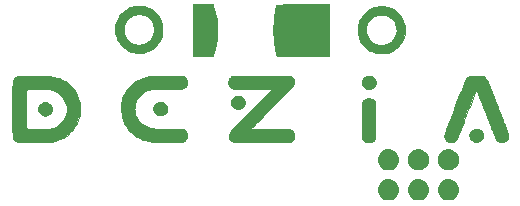
<source format=gts>
G04 #@! TF.GenerationSoftware,KiCad,Pcbnew,(5.1.0)-1*
G04 #@! TF.CreationDate,2019-07-19T02:45:30-06:00*
G04 #@! TF.ProjectId,theremini,74686572-656d-4696-9e69-2e6b69636164,rev?*
G04 #@! TF.SameCoordinates,PX7b85180PY1758900*
G04 #@! TF.FileFunction,Soldermask,Top*
G04 #@! TF.FilePolarity,Negative*
%FSLAX46Y46*%
G04 Gerber Fmt 4.6, Leading zero omitted, Abs format (unit mm)*
G04 Created by KiCad (PCBNEW (5.1.0)-1) date 2019-07-19 02:45:30*
%MOMM*%
%LPD*%
G04 APERTURE LIST*
%ADD10C,0.010000*%
%ADD11C,0.100000*%
G04 APERTURE END LIST*
D10*
G36*
X14572040Y-12764001D02*
G01*
X14668925Y-12768455D01*
X14723132Y-12773533D01*
X14923421Y-12807677D01*
X15117773Y-12861846D01*
X15304921Y-12935413D01*
X15483598Y-13027748D01*
X15652538Y-13138223D01*
X15810473Y-13266210D01*
X15910751Y-13362731D01*
X16002522Y-13461521D01*
X16080089Y-13555026D01*
X16147401Y-13648861D01*
X16208406Y-13748643D01*
X16267054Y-13859988D01*
X16281980Y-13890642D01*
X16333563Y-14004521D01*
X16374388Y-14110369D01*
X16407327Y-14216361D01*
X16432968Y-14320278D01*
X16467717Y-14524123D01*
X16481839Y-14726964D01*
X16475840Y-14927547D01*
X16450227Y-15124621D01*
X16405506Y-15316931D01*
X16342182Y-15503224D01*
X16260762Y-15682249D01*
X16161752Y-15852751D01*
X16045657Y-16013478D01*
X15912985Y-16163177D01*
X15764241Y-16300594D01*
X15599931Y-16424477D01*
X15576886Y-16439897D01*
X15408475Y-16539220D01*
X15230115Y-16621334D01*
X15040331Y-16686822D01*
X14837647Y-16736265D01*
X14814568Y-16740736D01*
X14760379Y-16748321D01*
X14690068Y-16754222D01*
X14608627Y-16758370D01*
X14521049Y-16760698D01*
X14432325Y-16761136D01*
X14347446Y-16759617D01*
X14271406Y-16756072D01*
X14209196Y-16750434D01*
X14199568Y-16749151D01*
X13998375Y-16710148D01*
X13804374Y-16651805D01*
X13618755Y-16574994D01*
X13442708Y-16480586D01*
X13277422Y-16369453D01*
X13124089Y-16242468D01*
X12983899Y-16100504D01*
X12858040Y-15944431D01*
X12747705Y-15775124D01*
X12670305Y-15628410D01*
X12591535Y-15438839D01*
X12532910Y-15244698D01*
X12494331Y-15047440D01*
X12475698Y-14848518D01*
X12476634Y-14694894D01*
X13187700Y-14694894D01*
X13188607Y-14854439D01*
X13209374Y-15012535D01*
X13249057Y-15163393D01*
X13310597Y-15315818D01*
X13389629Y-15457362D01*
X13484857Y-15586902D01*
X13594980Y-15703320D01*
X13718702Y-15805493D01*
X13854723Y-15892301D01*
X14001745Y-15962623D01*
X14158471Y-16015339D01*
X14264006Y-16039459D01*
X14319048Y-16046544D01*
X14388399Y-16050618D01*
X14466196Y-16051801D01*
X14546571Y-16050213D01*
X14623659Y-16045971D01*
X14691595Y-16039194D01*
X14744514Y-16030001D01*
X14745748Y-16029704D01*
X14910775Y-15980032D01*
X15062350Y-15914369D01*
X15201561Y-15832121D01*
X15329495Y-15732694D01*
X15386850Y-15679055D01*
X15495115Y-15557122D01*
X15587563Y-15422039D01*
X15663083Y-15275893D01*
X15720565Y-15120767D01*
X15752784Y-14991767D01*
X15759881Y-14940379D01*
X15764576Y-14874052D01*
X15766868Y-14798884D01*
X15766754Y-14720977D01*
X15764233Y-14646428D01*
X15759303Y-14581339D01*
X15752925Y-14536494D01*
X15710678Y-14372384D01*
X15650388Y-14219281D01*
X15571806Y-14076716D01*
X15474682Y-13944216D01*
X15391600Y-13853244D01*
X15265919Y-13741208D01*
X15131530Y-13648439D01*
X14988780Y-13575080D01*
X14838017Y-13521278D01*
X14679586Y-13487176D01*
X14513837Y-13472919D01*
X14477020Y-13472460D01*
X14314170Y-13481757D01*
X14159285Y-13509970D01*
X14010316Y-13557708D01*
X13865216Y-13625583D01*
X13766004Y-13684657D01*
X13703316Y-13730614D01*
X13634408Y-13790174D01*
X13563786Y-13858679D01*
X13495958Y-13931475D01*
X13435432Y-14003907D01*
X13386715Y-14071320D01*
X13377464Y-14085934D01*
X13301535Y-14229421D01*
X13244425Y-14380200D01*
X13206393Y-14536086D01*
X13187700Y-14694894D01*
X12476634Y-14694894D01*
X12476912Y-14649387D01*
X12497873Y-14451500D01*
X12538482Y-14256310D01*
X12598639Y-14065271D01*
X12678245Y-13879836D01*
X12777200Y-13701458D01*
X12805231Y-13657712D01*
X12926546Y-13492527D01*
X13062738Y-13342003D01*
X13212742Y-13206859D01*
X13375497Y-13087817D01*
X13549938Y-12985596D01*
X13735001Y-12900917D01*
X13929625Y-12834500D01*
X14073081Y-12798814D01*
X14154867Y-12785016D01*
X14251640Y-12774403D01*
X14357415Y-12767207D01*
X14466209Y-12763662D01*
X14572040Y-12764001D01*
X14572040Y-12764001D01*
G37*
X14572040Y-12764001D02*
X14668925Y-12768455D01*
X14723132Y-12773533D01*
X14923421Y-12807677D01*
X15117773Y-12861846D01*
X15304921Y-12935413D01*
X15483598Y-13027748D01*
X15652538Y-13138223D01*
X15810473Y-13266210D01*
X15910751Y-13362731D01*
X16002522Y-13461521D01*
X16080089Y-13555026D01*
X16147401Y-13648861D01*
X16208406Y-13748643D01*
X16267054Y-13859988D01*
X16281980Y-13890642D01*
X16333563Y-14004521D01*
X16374388Y-14110369D01*
X16407327Y-14216361D01*
X16432968Y-14320278D01*
X16467717Y-14524123D01*
X16481839Y-14726964D01*
X16475840Y-14927547D01*
X16450227Y-15124621D01*
X16405506Y-15316931D01*
X16342182Y-15503224D01*
X16260762Y-15682249D01*
X16161752Y-15852751D01*
X16045657Y-16013478D01*
X15912985Y-16163177D01*
X15764241Y-16300594D01*
X15599931Y-16424477D01*
X15576886Y-16439897D01*
X15408475Y-16539220D01*
X15230115Y-16621334D01*
X15040331Y-16686822D01*
X14837647Y-16736265D01*
X14814568Y-16740736D01*
X14760379Y-16748321D01*
X14690068Y-16754222D01*
X14608627Y-16758370D01*
X14521049Y-16760698D01*
X14432325Y-16761136D01*
X14347446Y-16759617D01*
X14271406Y-16756072D01*
X14209196Y-16750434D01*
X14199568Y-16749151D01*
X13998375Y-16710148D01*
X13804374Y-16651805D01*
X13618755Y-16574994D01*
X13442708Y-16480586D01*
X13277422Y-16369453D01*
X13124089Y-16242468D01*
X12983899Y-16100504D01*
X12858040Y-15944431D01*
X12747705Y-15775124D01*
X12670305Y-15628410D01*
X12591535Y-15438839D01*
X12532910Y-15244698D01*
X12494331Y-15047440D01*
X12475698Y-14848518D01*
X12476634Y-14694894D01*
X13187700Y-14694894D01*
X13188607Y-14854439D01*
X13209374Y-15012535D01*
X13249057Y-15163393D01*
X13310597Y-15315818D01*
X13389629Y-15457362D01*
X13484857Y-15586902D01*
X13594980Y-15703320D01*
X13718702Y-15805493D01*
X13854723Y-15892301D01*
X14001745Y-15962623D01*
X14158471Y-16015339D01*
X14264006Y-16039459D01*
X14319048Y-16046544D01*
X14388399Y-16050618D01*
X14466196Y-16051801D01*
X14546571Y-16050213D01*
X14623659Y-16045971D01*
X14691595Y-16039194D01*
X14744514Y-16030001D01*
X14745748Y-16029704D01*
X14910775Y-15980032D01*
X15062350Y-15914369D01*
X15201561Y-15832121D01*
X15329495Y-15732694D01*
X15386850Y-15679055D01*
X15495115Y-15557122D01*
X15587563Y-15422039D01*
X15663083Y-15275893D01*
X15720565Y-15120767D01*
X15752784Y-14991767D01*
X15759881Y-14940379D01*
X15764576Y-14874052D01*
X15766868Y-14798884D01*
X15766754Y-14720977D01*
X15764233Y-14646428D01*
X15759303Y-14581339D01*
X15752925Y-14536494D01*
X15710678Y-14372384D01*
X15650388Y-14219281D01*
X15571806Y-14076716D01*
X15474682Y-13944216D01*
X15391600Y-13853244D01*
X15265919Y-13741208D01*
X15131530Y-13648439D01*
X14988780Y-13575080D01*
X14838017Y-13521278D01*
X14679586Y-13487176D01*
X14513837Y-13472919D01*
X14477020Y-13472460D01*
X14314170Y-13481757D01*
X14159285Y-13509970D01*
X14010316Y-13557708D01*
X13865216Y-13625583D01*
X13766004Y-13684657D01*
X13703316Y-13730614D01*
X13634408Y-13790174D01*
X13563786Y-13858679D01*
X13495958Y-13931475D01*
X13435432Y-14003907D01*
X13386715Y-14071320D01*
X13377464Y-14085934D01*
X13301535Y-14229421D01*
X13244425Y-14380200D01*
X13206393Y-14536086D01*
X13187700Y-14694894D01*
X12476634Y-14694894D01*
X12476912Y-14649387D01*
X12497873Y-14451500D01*
X12538482Y-14256310D01*
X12598639Y-14065271D01*
X12678245Y-13879836D01*
X12777200Y-13701458D01*
X12805231Y-13657712D01*
X12926546Y-13492527D01*
X13062738Y-13342003D01*
X13212742Y-13206859D01*
X13375497Y-13087817D01*
X13549938Y-12985596D01*
X13735001Y-12900917D01*
X13929625Y-12834500D01*
X14073081Y-12798814D01*
X14154867Y-12785016D01*
X14251640Y-12774403D01*
X14357415Y-12767207D01*
X14466209Y-12763662D01*
X14572040Y-12764001D01*
G36*
X6597902Y-20941941D02*
G01*
X6663165Y-20949423D01*
X6686123Y-20954219D01*
X6788608Y-20989923D01*
X6880179Y-21042809D01*
X6959076Y-21111153D01*
X7023542Y-21193229D01*
X7071817Y-21287312D01*
X7093668Y-21354039D01*
X7108762Y-21449460D01*
X7107533Y-21551358D01*
X7090640Y-21653556D01*
X7058743Y-21749882D01*
X7049204Y-21770867D01*
X7019600Y-21818932D01*
X6976898Y-21871276D01*
X6926693Y-21922230D01*
X6874579Y-21966125D01*
X6826150Y-21997292D01*
X6825331Y-21997710D01*
X6726964Y-22036555D01*
X6619667Y-22059435D01*
X6509060Y-22065770D01*
X6400766Y-22054979D01*
X6359611Y-22045805D01*
X6259073Y-22009062D01*
X6170396Y-21955128D01*
X6094738Y-21885088D01*
X6033262Y-21800024D01*
X5987129Y-21701020D01*
X5985608Y-21696753D01*
X5975073Y-21663682D01*
X5968074Y-21631739D01*
X5963956Y-21595272D01*
X5962066Y-21548630D01*
X5961738Y-21490292D01*
X5962421Y-21429755D01*
X5964524Y-21384968D01*
X5968722Y-21350519D01*
X5975689Y-21320995D01*
X5986100Y-21290985D01*
X5986821Y-21289125D01*
X6033885Y-21191861D01*
X6093663Y-21110980D01*
X6167511Y-21045189D01*
X6256786Y-20993190D01*
X6326140Y-20965342D01*
X6381202Y-20951940D01*
X6449678Y-20943423D01*
X6524325Y-20940016D01*
X6597902Y-20941941D01*
X6597902Y-20941941D01*
G37*
X6597902Y-20941941D02*
X6663165Y-20949423D01*
X6686123Y-20954219D01*
X6788608Y-20989923D01*
X6880179Y-21042809D01*
X6959076Y-21111153D01*
X7023542Y-21193229D01*
X7071817Y-21287312D01*
X7093668Y-21354039D01*
X7108762Y-21449460D01*
X7107533Y-21551358D01*
X7090640Y-21653556D01*
X7058743Y-21749882D01*
X7049204Y-21770867D01*
X7019600Y-21818932D01*
X6976898Y-21871276D01*
X6926693Y-21922230D01*
X6874579Y-21966125D01*
X6826150Y-21997292D01*
X6825331Y-21997710D01*
X6726964Y-22036555D01*
X6619667Y-22059435D01*
X6509060Y-22065770D01*
X6400766Y-22054979D01*
X6359611Y-22045805D01*
X6259073Y-22009062D01*
X6170396Y-21955128D01*
X6094738Y-21885088D01*
X6033262Y-21800024D01*
X5987129Y-21701020D01*
X5985608Y-21696753D01*
X5975073Y-21663682D01*
X5968074Y-21631739D01*
X5963956Y-21595272D01*
X5962066Y-21548630D01*
X5961738Y-21490292D01*
X5962421Y-21429755D01*
X5964524Y-21384968D01*
X5968722Y-21350519D01*
X5975689Y-21320995D01*
X5986100Y-21290985D01*
X5986821Y-21289125D01*
X6033885Y-21191861D01*
X6093663Y-21110980D01*
X6167511Y-21045189D01*
X6256786Y-20993190D01*
X6326140Y-20965342D01*
X6381202Y-20951940D01*
X6449678Y-20943423D01*
X6524325Y-20940016D01*
X6597902Y-20941941D01*
G36*
X35097471Y-12808813D02*
G01*
X35163998Y-12809474D01*
X35217082Y-12810858D01*
X35260588Y-12813244D01*
X35298383Y-12816912D01*
X35334331Y-12822142D01*
X35372298Y-12829213D01*
X35411293Y-12837361D01*
X35613251Y-12891101D01*
X35805421Y-12963131D01*
X35986908Y-13052546D01*
X36156819Y-13158443D01*
X36314259Y-13279917D01*
X36458334Y-13416066D01*
X36588150Y-13565984D01*
X36702814Y-13728769D01*
X36801431Y-13903516D01*
X36883107Y-14089321D01*
X36946949Y-14285280D01*
X36979536Y-14422972D01*
X36987502Y-14464566D01*
X36993561Y-14502817D01*
X36997967Y-14541647D01*
X37000973Y-14584982D01*
X37002831Y-14636746D01*
X37003796Y-14700863D01*
X37004120Y-14781257D01*
X37004131Y-14804131D01*
X37003925Y-14889206D01*
X37003139Y-14957021D01*
X37001522Y-15011488D01*
X36998823Y-15056520D01*
X36994789Y-15096029D01*
X36989168Y-15133928D01*
X36981710Y-15174129D01*
X36979685Y-15184230D01*
X36928425Y-15385875D01*
X36858736Y-15578096D01*
X36771558Y-15759974D01*
X36667832Y-15930585D01*
X36548497Y-16089008D01*
X36414495Y-16234320D01*
X36266765Y-16365600D01*
X36106249Y-16481926D01*
X35933885Y-16582376D01*
X35750614Y-16666028D01*
X35557378Y-16731959D01*
X35355115Y-16779249D01*
X35352442Y-16779735D01*
X35304586Y-16786220D01*
X35240851Y-16791721D01*
X35166055Y-16796117D01*
X35085010Y-16799288D01*
X35002533Y-16801115D01*
X34923438Y-16801479D01*
X34852541Y-16800259D01*
X34794655Y-16797337D01*
X34765271Y-16794328D01*
X34571340Y-16758306D01*
X34381903Y-16705191D01*
X34200264Y-16636210D01*
X34029729Y-16552591D01*
X33897741Y-16472115D01*
X33731252Y-16347685D01*
X33580305Y-16209228D01*
X33445482Y-16057702D01*
X33327368Y-15894068D01*
X33226544Y-15719284D01*
X33143594Y-15534312D01*
X33079101Y-15340111D01*
X33033648Y-15137639D01*
X33016842Y-15021972D01*
X33010687Y-14943133D01*
X33008438Y-14849948D01*
X33009597Y-14767346D01*
X33722834Y-14767346D01*
X33722943Y-14809425D01*
X33723535Y-14881036D01*
X33724947Y-14936320D01*
X33727645Y-14980125D01*
X33732098Y-15017295D01*
X33738773Y-15052677D01*
X33748137Y-15091117D01*
X33751261Y-15102925D01*
X33805271Y-15266613D01*
X33876156Y-15418414D01*
X33963066Y-15557456D01*
X34065147Y-15682868D01*
X34181549Y-15793782D01*
X34311418Y-15889326D01*
X34453905Y-15968630D01*
X34608155Y-16030824D01*
X34681117Y-16052980D01*
X34814131Y-16080626D01*
X34955482Y-16094022D01*
X35097521Y-16092802D01*
X35220598Y-16078740D01*
X35379859Y-16041125D01*
X35530260Y-15985277D01*
X35670665Y-15912536D01*
X35799940Y-15824241D01*
X35916947Y-15721730D01*
X36020551Y-15606343D01*
X36109616Y-15479418D01*
X36183006Y-15342294D01*
X36239586Y-15196311D01*
X36278220Y-15042807D01*
X36297771Y-14883121D01*
X36300046Y-14806284D01*
X36289992Y-14638743D01*
X36259996Y-14478017D01*
X36210307Y-14324730D01*
X36141173Y-14179507D01*
X36052844Y-14042972D01*
X35945567Y-13915751D01*
X35945546Y-13915729D01*
X35823041Y-13801929D01*
X35690240Y-13706197D01*
X35548309Y-13629037D01*
X35398416Y-13570956D01*
X35241730Y-13532459D01*
X35079419Y-13514051D01*
X35013852Y-13512426D01*
X34845998Y-13522469D01*
X34685065Y-13552502D01*
X34531421Y-13602378D01*
X34385434Y-13671949D01*
X34247471Y-13761070D01*
X34117991Y-13869509D01*
X34008119Y-13987097D01*
X33915008Y-14116939D01*
X33838307Y-14259644D01*
X33777667Y-14415818D01*
X33751655Y-14505273D01*
X33740882Y-14548318D01*
X33733119Y-14585024D01*
X33727899Y-14620336D01*
X33724756Y-14659197D01*
X33723224Y-14706552D01*
X33722834Y-14767346D01*
X33009597Y-14767346D01*
X33009857Y-14748837D01*
X33014710Y-14646221D01*
X33022759Y-14548520D01*
X33033768Y-14462154D01*
X33038450Y-14434862D01*
X33085603Y-14238527D01*
X33151812Y-14049591D01*
X33236006Y-13869280D01*
X33337115Y-13698818D01*
X33454068Y-13539430D01*
X33585796Y-13392342D01*
X33731229Y-13258778D01*
X33889295Y-13139964D01*
X34058926Y-13037125D01*
X34239050Y-12951485D01*
X34379843Y-12899456D01*
X34466685Y-12872183D01*
X34543592Y-12850805D01*
X34615248Y-12834651D01*
X34686337Y-12823049D01*
X34761544Y-12815327D01*
X34845552Y-12810814D01*
X34943046Y-12808838D01*
X35013635Y-12808595D01*
X35097471Y-12808813D01*
X35097471Y-12808813D01*
G37*
X35097471Y-12808813D02*
X35163998Y-12809474D01*
X35217082Y-12810858D01*
X35260588Y-12813244D01*
X35298383Y-12816912D01*
X35334331Y-12822142D01*
X35372298Y-12829213D01*
X35411293Y-12837361D01*
X35613251Y-12891101D01*
X35805421Y-12963131D01*
X35986908Y-13052546D01*
X36156819Y-13158443D01*
X36314259Y-13279917D01*
X36458334Y-13416066D01*
X36588150Y-13565984D01*
X36702814Y-13728769D01*
X36801431Y-13903516D01*
X36883107Y-14089321D01*
X36946949Y-14285280D01*
X36979536Y-14422972D01*
X36987502Y-14464566D01*
X36993561Y-14502817D01*
X36997967Y-14541647D01*
X37000973Y-14584982D01*
X37002831Y-14636746D01*
X37003796Y-14700863D01*
X37004120Y-14781257D01*
X37004131Y-14804131D01*
X37003925Y-14889206D01*
X37003139Y-14957021D01*
X37001522Y-15011488D01*
X36998823Y-15056520D01*
X36994789Y-15096029D01*
X36989168Y-15133928D01*
X36981710Y-15174129D01*
X36979685Y-15184230D01*
X36928425Y-15385875D01*
X36858736Y-15578096D01*
X36771558Y-15759974D01*
X36667832Y-15930585D01*
X36548497Y-16089008D01*
X36414495Y-16234320D01*
X36266765Y-16365600D01*
X36106249Y-16481926D01*
X35933885Y-16582376D01*
X35750614Y-16666028D01*
X35557378Y-16731959D01*
X35355115Y-16779249D01*
X35352442Y-16779735D01*
X35304586Y-16786220D01*
X35240851Y-16791721D01*
X35166055Y-16796117D01*
X35085010Y-16799288D01*
X35002533Y-16801115D01*
X34923438Y-16801479D01*
X34852541Y-16800259D01*
X34794655Y-16797337D01*
X34765271Y-16794328D01*
X34571340Y-16758306D01*
X34381903Y-16705191D01*
X34200264Y-16636210D01*
X34029729Y-16552591D01*
X33897741Y-16472115D01*
X33731252Y-16347685D01*
X33580305Y-16209228D01*
X33445482Y-16057702D01*
X33327368Y-15894068D01*
X33226544Y-15719284D01*
X33143594Y-15534312D01*
X33079101Y-15340111D01*
X33033648Y-15137639D01*
X33016842Y-15021972D01*
X33010687Y-14943133D01*
X33008438Y-14849948D01*
X33009597Y-14767346D01*
X33722834Y-14767346D01*
X33722943Y-14809425D01*
X33723535Y-14881036D01*
X33724947Y-14936320D01*
X33727645Y-14980125D01*
X33732098Y-15017295D01*
X33738773Y-15052677D01*
X33748137Y-15091117D01*
X33751261Y-15102925D01*
X33805271Y-15266613D01*
X33876156Y-15418414D01*
X33963066Y-15557456D01*
X34065147Y-15682868D01*
X34181549Y-15793782D01*
X34311418Y-15889326D01*
X34453905Y-15968630D01*
X34608155Y-16030824D01*
X34681117Y-16052980D01*
X34814131Y-16080626D01*
X34955482Y-16094022D01*
X35097521Y-16092802D01*
X35220598Y-16078740D01*
X35379859Y-16041125D01*
X35530260Y-15985277D01*
X35670665Y-15912536D01*
X35799940Y-15824241D01*
X35916947Y-15721730D01*
X36020551Y-15606343D01*
X36109616Y-15479418D01*
X36183006Y-15342294D01*
X36239586Y-15196311D01*
X36278220Y-15042807D01*
X36297771Y-14883121D01*
X36300046Y-14806284D01*
X36289992Y-14638743D01*
X36259996Y-14478017D01*
X36210307Y-14324730D01*
X36141173Y-14179507D01*
X36052844Y-14042972D01*
X35945567Y-13915751D01*
X35945546Y-13915729D01*
X35823041Y-13801929D01*
X35690240Y-13706197D01*
X35548309Y-13629037D01*
X35398416Y-13570956D01*
X35241730Y-13532459D01*
X35079419Y-13514051D01*
X35013852Y-13512426D01*
X34845998Y-13522469D01*
X34685065Y-13552502D01*
X34531421Y-13602378D01*
X34385434Y-13671949D01*
X34247471Y-13761070D01*
X34117991Y-13869509D01*
X34008119Y-13987097D01*
X33915008Y-14116939D01*
X33838307Y-14259644D01*
X33777667Y-14415818D01*
X33751655Y-14505273D01*
X33740882Y-14548318D01*
X33733119Y-14585024D01*
X33727899Y-14620336D01*
X33724756Y-14659197D01*
X33723224Y-14706552D01*
X33722834Y-14767346D01*
X33009597Y-14767346D01*
X33009857Y-14748837D01*
X33014710Y-14646221D01*
X33022759Y-14548520D01*
X33033768Y-14462154D01*
X33038450Y-14434862D01*
X33085603Y-14238527D01*
X33151812Y-14049591D01*
X33236006Y-13869280D01*
X33337115Y-13698818D01*
X33454068Y-13539430D01*
X33585796Y-13392342D01*
X33731229Y-13258778D01*
X33889295Y-13139964D01*
X34058926Y-13037125D01*
X34239050Y-12951485D01*
X34379843Y-12899456D01*
X34466685Y-12872183D01*
X34543592Y-12850805D01*
X34615248Y-12834651D01*
X34686337Y-12823049D01*
X34761544Y-12815327D01*
X34845552Y-12810814D01*
X34943046Y-12808838D01*
X35013635Y-12808595D01*
X35097471Y-12808813D01*
G36*
X30540312Y-17006382D02*
G01*
X26136627Y-17006382D01*
X26125991Y-16966678D01*
X26095405Y-16843040D01*
X26064829Y-16701427D01*
X26034758Y-16545032D01*
X26005687Y-16377048D01*
X25978110Y-16200670D01*
X25952523Y-16019091D01*
X25929420Y-15835506D01*
X25909297Y-15653109D01*
X25892648Y-15475093D01*
X25890134Y-15444689D01*
X25885578Y-15372770D01*
X25881931Y-15283016D01*
X25879180Y-15178750D01*
X25877310Y-15063293D01*
X25876309Y-14939966D01*
X25876164Y-14812091D01*
X25876860Y-14682989D01*
X25878385Y-14555982D01*
X25880726Y-14434392D01*
X25883868Y-14321539D01*
X25887800Y-14220746D01*
X25892507Y-14135333D01*
X25895536Y-14094752D01*
X25912272Y-13916200D01*
X25932594Y-13732143D01*
X25955613Y-13549765D01*
X25980439Y-13376249D01*
X25998773Y-13261785D01*
X26008601Y-13205727D01*
X26020634Y-13140637D01*
X26034232Y-13069630D01*
X26048755Y-12995825D01*
X26063563Y-12922339D01*
X26078016Y-12852289D01*
X26091475Y-12788792D01*
X26103299Y-12734965D01*
X26112849Y-12693926D01*
X26119484Y-12668791D01*
X26121727Y-12662759D01*
X26132618Y-12661987D01*
X26163699Y-12661236D01*
X26213987Y-12660508D01*
X26282496Y-12659808D01*
X26368242Y-12659139D01*
X26470240Y-12658504D01*
X26587506Y-12657908D01*
X26719056Y-12657353D01*
X26863903Y-12656844D01*
X27021064Y-12656383D01*
X27189555Y-12655975D01*
X27368390Y-12655622D01*
X27556585Y-12655329D01*
X27753155Y-12655099D01*
X27957116Y-12654935D01*
X28167482Y-12654841D01*
X28333392Y-12654819D01*
X30540312Y-12654819D01*
X30540312Y-17006382D01*
X30540312Y-17006382D01*
G37*
X30540312Y-17006382D02*
X26136627Y-17006382D01*
X26125991Y-16966678D01*
X26095405Y-16843040D01*
X26064829Y-16701427D01*
X26034758Y-16545032D01*
X26005687Y-16377048D01*
X25978110Y-16200670D01*
X25952523Y-16019091D01*
X25929420Y-15835506D01*
X25909297Y-15653109D01*
X25892648Y-15475093D01*
X25890134Y-15444689D01*
X25885578Y-15372770D01*
X25881931Y-15283016D01*
X25879180Y-15178750D01*
X25877310Y-15063293D01*
X25876309Y-14939966D01*
X25876164Y-14812091D01*
X25876860Y-14682989D01*
X25878385Y-14555982D01*
X25880726Y-14434392D01*
X25883868Y-14321539D01*
X25887800Y-14220746D01*
X25892507Y-14135333D01*
X25895536Y-14094752D01*
X25912272Y-13916200D01*
X25932594Y-13732143D01*
X25955613Y-13549765D01*
X25980439Y-13376249D01*
X25998773Y-13261785D01*
X26008601Y-13205727D01*
X26020634Y-13140637D01*
X26034232Y-13069630D01*
X26048755Y-12995825D01*
X26063563Y-12922339D01*
X26078016Y-12852289D01*
X26091475Y-12788792D01*
X26103299Y-12734965D01*
X26112849Y-12693926D01*
X26119484Y-12668791D01*
X26121727Y-12662759D01*
X26132618Y-12661987D01*
X26163699Y-12661236D01*
X26213987Y-12660508D01*
X26282496Y-12659808D01*
X26368242Y-12659139D01*
X26470240Y-12658504D01*
X26587506Y-12657908D01*
X26719056Y-12657353D01*
X26863903Y-12656844D01*
X27021064Y-12656383D01*
X27189555Y-12655975D01*
X27368390Y-12655622D01*
X27556585Y-12655329D01*
X27753155Y-12655099D01*
X27957116Y-12654935D01*
X28167482Y-12654841D01*
X28333392Y-12654819D01*
X30540312Y-12654819D01*
X30540312Y-17006382D01*
G36*
X20787516Y-12752755D02*
G01*
X20878236Y-13059524D01*
X20953339Y-13364056D01*
X21014026Y-13672089D01*
X21061497Y-13989358D01*
X21080624Y-14152985D01*
X21086661Y-14222866D01*
X21091945Y-14310089D01*
X21096418Y-14410829D01*
X21100022Y-14521264D01*
X21102701Y-14637570D01*
X21104395Y-14755924D01*
X21105048Y-14872503D01*
X21104602Y-14983484D01*
X21102999Y-15085043D01*
X21100182Y-15173357D01*
X21096928Y-15233161D01*
X21067185Y-15561119D01*
X21024353Y-15875165D01*
X20978295Y-16127599D01*
X20952999Y-16244176D01*
X20923673Y-16367892D01*
X20891557Y-16494187D01*
X20857890Y-16618503D01*
X20823914Y-16736281D01*
X20790867Y-16842962D01*
X20759990Y-16933987D01*
X20755808Y-16945502D01*
X20733479Y-17006382D01*
X19042021Y-17006382D01*
X19042021Y-12654819D01*
X20756242Y-12654819D01*
X20787516Y-12752755D01*
X20787516Y-12752755D01*
G37*
X20787516Y-12752755D02*
X20878236Y-13059524D01*
X20953339Y-13364056D01*
X21014026Y-13672089D01*
X21061497Y-13989358D01*
X21080624Y-14152985D01*
X21086661Y-14222866D01*
X21091945Y-14310089D01*
X21096418Y-14410829D01*
X21100022Y-14521264D01*
X21102701Y-14637570D01*
X21104395Y-14755924D01*
X21105048Y-14872503D01*
X21104602Y-14983484D01*
X21102999Y-15085043D01*
X21100182Y-15173357D01*
X21096928Y-15233161D01*
X21067185Y-15561119D01*
X21024353Y-15875165D01*
X20978295Y-16127599D01*
X20952999Y-16244176D01*
X20923673Y-16367892D01*
X20891557Y-16494187D01*
X20857890Y-16618503D01*
X20823914Y-16736281D01*
X20790867Y-16842962D01*
X20759990Y-16933987D01*
X20755808Y-16945502D01*
X20733479Y-17006382D01*
X19042021Y-17006382D01*
X19042021Y-12654819D01*
X20756242Y-12654819D01*
X20787516Y-12752755D01*
G36*
X33979862Y-18701890D02*
G01*
X34050246Y-18707725D01*
X34101560Y-18717194D01*
X34198688Y-18752660D01*
X34290208Y-18806225D01*
X34371952Y-18874861D01*
X34439751Y-18955542D01*
X34449207Y-18969645D01*
X34495972Y-19060395D01*
X34524854Y-19158271D01*
X34535826Y-19259722D01*
X34528863Y-19361198D01*
X34503939Y-19459149D01*
X34461028Y-19550025D01*
X34453493Y-19562121D01*
X34390984Y-19640216D01*
X34313491Y-19705719D01*
X34223749Y-19757637D01*
X34124493Y-19794975D01*
X34018457Y-19816740D01*
X33908376Y-19821937D01*
X33796983Y-19809572D01*
X33781548Y-19806406D01*
X33678952Y-19774335D01*
X33588388Y-19725922D01*
X33511256Y-19662468D01*
X33448955Y-19585279D01*
X33402885Y-19495655D01*
X33383452Y-19435829D01*
X33375335Y-19391674D01*
X33369690Y-19334453D01*
X33367277Y-19272206D01*
X33367240Y-19263861D01*
X33368404Y-19204758D01*
X33372683Y-19158395D01*
X33381261Y-19116427D01*
X33394137Y-19074009D01*
X33438182Y-18973945D01*
X33498048Y-18887495D01*
X33572596Y-18815725D01*
X33660688Y-18759702D01*
X33761186Y-18720493D01*
X33775308Y-18716633D01*
X33834090Y-18706330D01*
X33905043Y-18701420D01*
X33979862Y-18701890D01*
X33979862Y-18701890D01*
G37*
X33979862Y-18701890D02*
X34050246Y-18707725D01*
X34101560Y-18717194D01*
X34198688Y-18752660D01*
X34290208Y-18806225D01*
X34371952Y-18874861D01*
X34439751Y-18955542D01*
X34449207Y-18969645D01*
X34495972Y-19060395D01*
X34524854Y-19158271D01*
X34535826Y-19259722D01*
X34528863Y-19361198D01*
X34503939Y-19459149D01*
X34461028Y-19550025D01*
X34453493Y-19562121D01*
X34390984Y-19640216D01*
X34313491Y-19705719D01*
X34223749Y-19757637D01*
X34124493Y-19794975D01*
X34018457Y-19816740D01*
X33908376Y-19821937D01*
X33796983Y-19809572D01*
X33781548Y-19806406D01*
X33678952Y-19774335D01*
X33588388Y-19725922D01*
X33511256Y-19662468D01*
X33448955Y-19585279D01*
X33402885Y-19495655D01*
X33383452Y-19435829D01*
X33375335Y-19391674D01*
X33369690Y-19334453D01*
X33367277Y-19272206D01*
X33367240Y-19263861D01*
X33368404Y-19204758D01*
X33372683Y-19158395D01*
X33381261Y-19116427D01*
X33394137Y-19074009D01*
X33438182Y-18973945D01*
X33498048Y-18887495D01*
X33572596Y-18815725D01*
X33660688Y-18759702D01*
X33761186Y-18720493D01*
X33775308Y-18716633D01*
X33834090Y-18706330D01*
X33905043Y-18701420D01*
X33979862Y-18701890D01*
G36*
X22939056Y-20369178D02*
G01*
X23046505Y-20391569D01*
X23145034Y-20432925D01*
X23235487Y-20493563D01*
X23288319Y-20541421D01*
X23356894Y-20623778D01*
X23406628Y-20712320D01*
X23438156Y-20804919D01*
X23452114Y-20899446D01*
X23449135Y-20993772D01*
X23429854Y-21085769D01*
X23394907Y-21173309D01*
X23344927Y-21254262D01*
X23280550Y-21326500D01*
X23202409Y-21387894D01*
X23111141Y-21436316D01*
X23011866Y-21468596D01*
X22935773Y-21480382D01*
X22849693Y-21483786D01*
X22763027Y-21478937D01*
X22685179Y-21465964D01*
X22677451Y-21464019D01*
X22585119Y-21433204D01*
X22506682Y-21391717D01*
X22436221Y-21336355D01*
X22429277Y-21329829D01*
X22363125Y-21253784D01*
X22315187Y-21168695D01*
X22284955Y-21073290D01*
X22271920Y-20966298D01*
X22271284Y-20934435D01*
X22280136Y-20822295D01*
X22306914Y-20721069D01*
X22351946Y-20629886D01*
X22415563Y-20547880D01*
X22419632Y-20543593D01*
X22500763Y-20471783D01*
X22588966Y-20419039D01*
X22686303Y-20384448D01*
X22794839Y-20367094D01*
X22821846Y-20365434D01*
X22939056Y-20369178D01*
X22939056Y-20369178D01*
G37*
X22939056Y-20369178D02*
X23046505Y-20391569D01*
X23145034Y-20432925D01*
X23235487Y-20493563D01*
X23288319Y-20541421D01*
X23356894Y-20623778D01*
X23406628Y-20712320D01*
X23438156Y-20804919D01*
X23452114Y-20899446D01*
X23449135Y-20993772D01*
X23429854Y-21085769D01*
X23394907Y-21173309D01*
X23344927Y-21254262D01*
X23280550Y-21326500D01*
X23202409Y-21387894D01*
X23111141Y-21436316D01*
X23011866Y-21468596D01*
X22935773Y-21480382D01*
X22849693Y-21483786D01*
X22763027Y-21478937D01*
X22685179Y-21465964D01*
X22677451Y-21464019D01*
X22585119Y-21433204D01*
X22506682Y-21391717D01*
X22436221Y-21336355D01*
X22429277Y-21329829D01*
X22363125Y-21253784D01*
X22315187Y-21168695D01*
X22284955Y-21073290D01*
X22271920Y-20966298D01*
X22271284Y-20934435D01*
X22280136Y-20822295D01*
X22306914Y-20721069D01*
X22351946Y-20629886D01*
X22415563Y-20547880D01*
X22419632Y-20543593D01*
X22500763Y-20471783D01*
X22588966Y-20419039D01*
X22686303Y-20384448D01*
X22794839Y-20367094D01*
X22821846Y-20365434D01*
X22939056Y-20369178D01*
G36*
X16360040Y-20929521D02*
G01*
X16404709Y-20931150D01*
X16439396Y-20934767D01*
X16469694Y-20941108D01*
X16501197Y-20950911D01*
X16522138Y-20958440D01*
X16619997Y-21005186D01*
X16704866Y-21067675D01*
X16775208Y-21144230D01*
X16829481Y-21233174D01*
X16866147Y-21332829D01*
X16866328Y-21333522D01*
X16876871Y-21394326D01*
X16881338Y-21466466D01*
X16879742Y-21540996D01*
X16872095Y-21608972D01*
X16865910Y-21638080D01*
X16830515Y-21733101D01*
X16777168Y-21819742D01*
X16708181Y-21895758D01*
X16625869Y-21958900D01*
X16532546Y-22006924D01*
X16461754Y-22030382D01*
X16410337Y-22039337D01*
X16345933Y-22044137D01*
X16276177Y-22044807D01*
X16208705Y-22041367D01*
X16151153Y-22033840D01*
X16131658Y-22029434D01*
X16028783Y-21991836D01*
X15937416Y-21938625D01*
X15858852Y-21871871D01*
X15794387Y-21793647D01*
X15745314Y-21706026D01*
X15712929Y-21611078D01*
X15698528Y-21510876D01*
X15703404Y-21407492D01*
X15712597Y-21358930D01*
X15746325Y-21260909D01*
X15798437Y-21171104D01*
X15867074Y-21091521D01*
X15950376Y-21024164D01*
X16046484Y-20971037D01*
X16088041Y-20954239D01*
X16119800Y-20943642D01*
X16149983Y-20936475D01*
X16183986Y-20932098D01*
X16227207Y-20929873D01*
X16285042Y-20929159D01*
X16299795Y-20929141D01*
X16360040Y-20929521D01*
X16360040Y-20929521D01*
G37*
X16360040Y-20929521D02*
X16404709Y-20931150D01*
X16439396Y-20934767D01*
X16469694Y-20941108D01*
X16501197Y-20950911D01*
X16522138Y-20958440D01*
X16619997Y-21005186D01*
X16704866Y-21067675D01*
X16775208Y-21144230D01*
X16829481Y-21233174D01*
X16866147Y-21332829D01*
X16866328Y-21333522D01*
X16876871Y-21394326D01*
X16881338Y-21466466D01*
X16879742Y-21540996D01*
X16872095Y-21608972D01*
X16865910Y-21638080D01*
X16830515Y-21733101D01*
X16777168Y-21819742D01*
X16708181Y-21895758D01*
X16625869Y-21958900D01*
X16532546Y-22006924D01*
X16461754Y-22030382D01*
X16410337Y-22039337D01*
X16345933Y-22044137D01*
X16276177Y-22044807D01*
X16208705Y-22041367D01*
X16151153Y-22033840D01*
X16131658Y-22029434D01*
X16028783Y-21991836D01*
X15937416Y-21938625D01*
X15858852Y-21871871D01*
X15794387Y-21793647D01*
X15745314Y-21706026D01*
X15712929Y-21611078D01*
X15698528Y-21510876D01*
X15703404Y-21407492D01*
X15712597Y-21358930D01*
X15746325Y-21260909D01*
X15798437Y-21171104D01*
X15867074Y-21091521D01*
X15950376Y-21024164D01*
X16046484Y-20971037D01*
X16088041Y-20954239D01*
X16119800Y-20943642D01*
X16149983Y-20936475D01*
X16183986Y-20932098D01*
X16227207Y-20929873D01*
X16285042Y-20929159D01*
X16299795Y-20929141D01*
X16360040Y-20929521D01*
G36*
X43163566Y-23177922D02*
G01*
X43268946Y-23204250D01*
X43364389Y-23246322D01*
X43448411Y-23302656D01*
X43519528Y-23371772D01*
X43576259Y-23452190D01*
X43617118Y-23542431D01*
X43640622Y-23641013D01*
X43645289Y-23746456D01*
X43644322Y-23762116D01*
X43626465Y-23866073D01*
X43590311Y-23962391D01*
X43537842Y-24049532D01*
X43471038Y-24125952D01*
X43391882Y-24190112D01*
X43302355Y-24240470D01*
X43204439Y-24275485D01*
X43100116Y-24293617D01*
X42991366Y-24293324D01*
X42965031Y-24290368D01*
X42856270Y-24265789D01*
X42756436Y-24223178D01*
X42667443Y-24164070D01*
X42591206Y-24090000D01*
X42529643Y-24002500D01*
X42485874Y-23906585D01*
X42466233Y-23826315D01*
X42458453Y-23736489D01*
X42462612Y-23645146D01*
X42478785Y-23560324D01*
X42482453Y-23548021D01*
X42522751Y-23454083D01*
X42579889Y-23371372D01*
X42652045Y-23301107D01*
X42737399Y-23244504D01*
X42834132Y-23202779D01*
X42940422Y-23177149D01*
X43049733Y-23168817D01*
X43163566Y-23177922D01*
X43163566Y-23177922D01*
G37*
X43163566Y-23177922D02*
X43268946Y-23204250D01*
X43364389Y-23246322D01*
X43448411Y-23302656D01*
X43519528Y-23371772D01*
X43576259Y-23452190D01*
X43617118Y-23542431D01*
X43640622Y-23641013D01*
X43645289Y-23746456D01*
X43644322Y-23762116D01*
X43626465Y-23866073D01*
X43590311Y-23962391D01*
X43537842Y-24049532D01*
X43471038Y-24125952D01*
X43391882Y-24190112D01*
X43302355Y-24240470D01*
X43204439Y-24275485D01*
X43100116Y-24293617D01*
X42991366Y-24293324D01*
X42965031Y-24290368D01*
X42856270Y-24265789D01*
X42756436Y-24223178D01*
X42667443Y-24164070D01*
X42591206Y-24090000D01*
X42529643Y-24002500D01*
X42485874Y-23906585D01*
X42466233Y-23826315D01*
X42458453Y-23736489D01*
X42462612Y-23645146D01*
X42478785Y-23560324D01*
X42482453Y-23548021D01*
X42522751Y-23454083D01*
X42579889Y-23371372D01*
X42652045Y-23301107D01*
X42737399Y-23244504D01*
X42834132Y-23202779D01*
X42940422Y-23177149D01*
X43049733Y-23168817D01*
X43163566Y-23177922D01*
G36*
X43445949Y-18689472D02*
G01*
X43452067Y-18689511D01*
X43560222Y-18699937D01*
X43658787Y-18729231D01*
X43747692Y-18777346D01*
X43826864Y-18844234D01*
X43896235Y-18929849D01*
X43949810Y-19022033D01*
X43962470Y-19049705D01*
X43981820Y-19095049D01*
X44007010Y-19155952D01*
X44037192Y-19230296D01*
X44071518Y-19315966D01*
X44109138Y-19410848D01*
X44149205Y-19512825D01*
X44190869Y-19619782D01*
X44224429Y-19706601D01*
X44257540Y-19792395D01*
X44297619Y-19895969D01*
X44343911Y-20015382D01*
X44395661Y-20148698D01*
X44452116Y-20293977D01*
X44512520Y-20449281D01*
X44576120Y-20612672D01*
X44642160Y-20782211D01*
X44709887Y-20955960D01*
X44778546Y-21131980D01*
X44847382Y-21308332D01*
X44915641Y-21483080D01*
X44964119Y-21607101D01*
X45054271Y-21837693D01*
X45137021Y-22049402D01*
X45212692Y-22243064D01*
X45281607Y-22419511D01*
X45344088Y-22579579D01*
X45400457Y-22724101D01*
X45451039Y-22853911D01*
X45496154Y-22969844D01*
X45536127Y-23072734D01*
X45571280Y-23163414D01*
X45601936Y-23242719D01*
X45628417Y-23311483D01*
X45651046Y-23370540D01*
X45670146Y-23420725D01*
X45686040Y-23462870D01*
X45699050Y-23497811D01*
X45709500Y-23526381D01*
X45717711Y-23549415D01*
X45724007Y-23567746D01*
X45728710Y-23582209D01*
X45730087Y-23586665D01*
X45738929Y-23622266D01*
X45744808Y-23663396D01*
X45748168Y-23714904D01*
X45749454Y-23781642D01*
X45749502Y-23798420D01*
X45749355Y-23857724D01*
X45748321Y-23900724D01*
X45745661Y-23932293D01*
X45740632Y-23957300D01*
X45732497Y-23980619D01*
X45720513Y-24007120D01*
X45716513Y-24015469D01*
X45693598Y-24057894D01*
X45667149Y-24099294D01*
X45646244Y-24126640D01*
X45587712Y-24179436D01*
X45511712Y-24225777D01*
X45421338Y-24264265D01*
X45319686Y-24293497D01*
X45247300Y-24307134D01*
X45188845Y-24315350D01*
X45144245Y-24319662D01*
X45106564Y-24320185D01*
X45068866Y-24317032D01*
X45026743Y-24310739D01*
X44945360Y-24287843D01*
X44871104Y-24247057D01*
X44803147Y-24187651D01*
X44740664Y-24108897D01*
X44682829Y-24010069D01*
X44680502Y-24005493D01*
X44675198Y-23994150D01*
X44667010Y-23975306D01*
X44655705Y-23948366D01*
X44641045Y-23912732D01*
X44622795Y-23867809D01*
X44600720Y-23813000D01*
X44574583Y-23747709D01*
X44544150Y-23671338D01*
X44509184Y-23583292D01*
X44469450Y-23482975D01*
X44424712Y-23369788D01*
X44374735Y-23243138D01*
X44319283Y-23102425D01*
X44258120Y-22947056D01*
X44191011Y-22776432D01*
X44117719Y-22589957D01*
X44038010Y-22387035D01*
X43951648Y-22167070D01*
X43858396Y-21929465D01*
X43758020Y-21673624D01*
X43650284Y-21398949D01*
X43594758Y-21257361D01*
X43511961Y-21046371D01*
X43436607Y-20854662D01*
X43368510Y-20681765D01*
X43307479Y-20527208D01*
X43253328Y-20390521D01*
X43205867Y-20271234D01*
X43164909Y-20168875D01*
X43130265Y-20082975D01*
X43101747Y-20013062D01*
X43079166Y-19958667D01*
X43062335Y-19919319D01*
X43051065Y-19894546D01*
X43045202Y-19883920D01*
X43040104Y-19891798D01*
X43028191Y-19917435D01*
X43010289Y-19958843D01*
X42987223Y-20014034D01*
X42959820Y-20081017D01*
X42928906Y-20157804D01*
X42895305Y-20242406D01*
X42875978Y-20291549D01*
X42775398Y-20548210D01*
X42675857Y-20802280D01*
X42577811Y-21052592D01*
X42481716Y-21297981D01*
X42388027Y-21537281D01*
X42297201Y-21769327D01*
X42209694Y-21992952D01*
X42125961Y-22206992D01*
X42046459Y-22410281D01*
X41971643Y-22601653D01*
X41901969Y-22779943D01*
X41837894Y-22943984D01*
X41779872Y-23092612D01*
X41728361Y-23224661D01*
X41683816Y-23338965D01*
X41657460Y-23406674D01*
X41616409Y-23511771D01*
X41576560Y-23612979D01*
X41538763Y-23708195D01*
X41503868Y-23795313D01*
X41472725Y-23872229D01*
X41446182Y-23936841D01*
X41425090Y-23987042D01*
X41410299Y-24020729D01*
X41405211Y-24031351D01*
X41365632Y-24095528D01*
X41315485Y-24157428D01*
X41259353Y-24212481D01*
X41201824Y-24256117D01*
X41154527Y-24281112D01*
X41126429Y-24291492D01*
X41099892Y-24298599D01*
X41069937Y-24303022D01*
X41031588Y-24305351D01*
X40979866Y-24306176D01*
X40942772Y-24306199D01*
X40830669Y-24301681D01*
X40734661Y-24287897D01*
X40651293Y-24263718D01*
X40577109Y-24228011D01*
X40508653Y-24179645D01*
X40480243Y-24154790D01*
X40417804Y-24083159D01*
X40373202Y-24000360D01*
X40346511Y-23906751D01*
X40337802Y-23802687D01*
X40347150Y-23688526D01*
X40366230Y-23595798D01*
X40369814Y-23582580D01*
X40374651Y-23566486D01*
X40381057Y-23546690D01*
X40389348Y-23522368D01*
X40399843Y-23492695D01*
X40412859Y-23456845D01*
X40428711Y-23413994D01*
X40447717Y-23363318D01*
X40470195Y-23303991D01*
X40496461Y-23235189D01*
X40526832Y-23156086D01*
X40561625Y-23065859D01*
X40601157Y-22963681D01*
X40645746Y-22848729D01*
X40695708Y-22720178D01*
X40751359Y-22577202D01*
X40813018Y-22418977D01*
X40881002Y-22244678D01*
X40955626Y-22053480D01*
X41037209Y-21844559D01*
X41126066Y-21617089D01*
X41165266Y-21516761D01*
X41270754Y-21246777D01*
X41368766Y-20995915D01*
X41459536Y-20763572D01*
X41543300Y-20549149D01*
X41620291Y-20352045D01*
X41690744Y-20171658D01*
X41754893Y-20007388D01*
X41812974Y-19858635D01*
X41865221Y-19724797D01*
X41911867Y-19605273D01*
X41953149Y-19499463D01*
X41989299Y-19406766D01*
X42020554Y-19326582D01*
X42047146Y-19258309D01*
X42069312Y-19201346D01*
X42087285Y-19155093D01*
X42101299Y-19118949D01*
X42106091Y-19106563D01*
X42153990Y-18997489D01*
X42206607Y-18907473D01*
X42265575Y-18834624D01*
X42332522Y-18777050D01*
X42409081Y-18732862D01*
X42439675Y-18719721D01*
X42455119Y-18713888D01*
X42470615Y-18709082D01*
X42488347Y-18705181D01*
X42510499Y-18702067D01*
X42539253Y-18699618D01*
X42576792Y-18697713D01*
X42625301Y-18696233D01*
X42686961Y-18695057D01*
X42763957Y-18694065D01*
X42858471Y-18693135D01*
X42933268Y-18692482D01*
X43030927Y-18691684D01*
X43125159Y-18690983D01*
X43213136Y-18690392D01*
X43292031Y-18689930D01*
X43359016Y-18689612D01*
X43411265Y-18689454D01*
X43445949Y-18689472D01*
X43445949Y-18689472D01*
G37*
X43445949Y-18689472D02*
X43452067Y-18689511D01*
X43560222Y-18699937D01*
X43658787Y-18729231D01*
X43747692Y-18777346D01*
X43826864Y-18844234D01*
X43896235Y-18929849D01*
X43949810Y-19022033D01*
X43962470Y-19049705D01*
X43981820Y-19095049D01*
X44007010Y-19155952D01*
X44037192Y-19230296D01*
X44071518Y-19315966D01*
X44109138Y-19410848D01*
X44149205Y-19512825D01*
X44190869Y-19619782D01*
X44224429Y-19706601D01*
X44257540Y-19792395D01*
X44297619Y-19895969D01*
X44343911Y-20015382D01*
X44395661Y-20148698D01*
X44452116Y-20293977D01*
X44512520Y-20449281D01*
X44576120Y-20612672D01*
X44642160Y-20782211D01*
X44709887Y-20955960D01*
X44778546Y-21131980D01*
X44847382Y-21308332D01*
X44915641Y-21483080D01*
X44964119Y-21607101D01*
X45054271Y-21837693D01*
X45137021Y-22049402D01*
X45212692Y-22243064D01*
X45281607Y-22419511D01*
X45344088Y-22579579D01*
X45400457Y-22724101D01*
X45451039Y-22853911D01*
X45496154Y-22969844D01*
X45536127Y-23072734D01*
X45571280Y-23163414D01*
X45601936Y-23242719D01*
X45628417Y-23311483D01*
X45651046Y-23370540D01*
X45670146Y-23420725D01*
X45686040Y-23462870D01*
X45699050Y-23497811D01*
X45709500Y-23526381D01*
X45717711Y-23549415D01*
X45724007Y-23567746D01*
X45728710Y-23582209D01*
X45730087Y-23586665D01*
X45738929Y-23622266D01*
X45744808Y-23663396D01*
X45748168Y-23714904D01*
X45749454Y-23781642D01*
X45749502Y-23798420D01*
X45749355Y-23857724D01*
X45748321Y-23900724D01*
X45745661Y-23932293D01*
X45740632Y-23957300D01*
X45732497Y-23980619D01*
X45720513Y-24007120D01*
X45716513Y-24015469D01*
X45693598Y-24057894D01*
X45667149Y-24099294D01*
X45646244Y-24126640D01*
X45587712Y-24179436D01*
X45511712Y-24225777D01*
X45421338Y-24264265D01*
X45319686Y-24293497D01*
X45247300Y-24307134D01*
X45188845Y-24315350D01*
X45144245Y-24319662D01*
X45106564Y-24320185D01*
X45068866Y-24317032D01*
X45026743Y-24310739D01*
X44945360Y-24287843D01*
X44871104Y-24247057D01*
X44803147Y-24187651D01*
X44740664Y-24108897D01*
X44682829Y-24010069D01*
X44680502Y-24005493D01*
X44675198Y-23994150D01*
X44667010Y-23975306D01*
X44655705Y-23948366D01*
X44641045Y-23912732D01*
X44622795Y-23867809D01*
X44600720Y-23813000D01*
X44574583Y-23747709D01*
X44544150Y-23671338D01*
X44509184Y-23583292D01*
X44469450Y-23482975D01*
X44424712Y-23369788D01*
X44374735Y-23243138D01*
X44319283Y-23102425D01*
X44258120Y-22947056D01*
X44191011Y-22776432D01*
X44117719Y-22589957D01*
X44038010Y-22387035D01*
X43951648Y-22167070D01*
X43858396Y-21929465D01*
X43758020Y-21673624D01*
X43650284Y-21398949D01*
X43594758Y-21257361D01*
X43511961Y-21046371D01*
X43436607Y-20854662D01*
X43368510Y-20681765D01*
X43307479Y-20527208D01*
X43253328Y-20390521D01*
X43205867Y-20271234D01*
X43164909Y-20168875D01*
X43130265Y-20082975D01*
X43101747Y-20013062D01*
X43079166Y-19958667D01*
X43062335Y-19919319D01*
X43051065Y-19894546D01*
X43045202Y-19883920D01*
X43040104Y-19891798D01*
X43028191Y-19917435D01*
X43010289Y-19958843D01*
X42987223Y-20014034D01*
X42959820Y-20081017D01*
X42928906Y-20157804D01*
X42895305Y-20242406D01*
X42875978Y-20291549D01*
X42775398Y-20548210D01*
X42675857Y-20802280D01*
X42577811Y-21052592D01*
X42481716Y-21297981D01*
X42388027Y-21537281D01*
X42297201Y-21769327D01*
X42209694Y-21992952D01*
X42125961Y-22206992D01*
X42046459Y-22410281D01*
X41971643Y-22601653D01*
X41901969Y-22779943D01*
X41837894Y-22943984D01*
X41779872Y-23092612D01*
X41728361Y-23224661D01*
X41683816Y-23338965D01*
X41657460Y-23406674D01*
X41616409Y-23511771D01*
X41576560Y-23612979D01*
X41538763Y-23708195D01*
X41503868Y-23795313D01*
X41472725Y-23872229D01*
X41446182Y-23936841D01*
X41425090Y-23987042D01*
X41410299Y-24020729D01*
X41405211Y-24031351D01*
X41365632Y-24095528D01*
X41315485Y-24157428D01*
X41259353Y-24212481D01*
X41201824Y-24256117D01*
X41154527Y-24281112D01*
X41126429Y-24291492D01*
X41099892Y-24298599D01*
X41069937Y-24303022D01*
X41031588Y-24305351D01*
X40979866Y-24306176D01*
X40942772Y-24306199D01*
X40830669Y-24301681D01*
X40734661Y-24287897D01*
X40651293Y-24263718D01*
X40577109Y-24228011D01*
X40508653Y-24179645D01*
X40480243Y-24154790D01*
X40417804Y-24083159D01*
X40373202Y-24000360D01*
X40346511Y-23906751D01*
X40337802Y-23802687D01*
X40347150Y-23688526D01*
X40366230Y-23595798D01*
X40369814Y-23582580D01*
X40374651Y-23566486D01*
X40381057Y-23546690D01*
X40389348Y-23522368D01*
X40399843Y-23492695D01*
X40412859Y-23456845D01*
X40428711Y-23413994D01*
X40447717Y-23363318D01*
X40470195Y-23303991D01*
X40496461Y-23235189D01*
X40526832Y-23156086D01*
X40561625Y-23065859D01*
X40601157Y-22963681D01*
X40645746Y-22848729D01*
X40695708Y-22720178D01*
X40751359Y-22577202D01*
X40813018Y-22418977D01*
X40881002Y-22244678D01*
X40955626Y-22053480D01*
X41037209Y-21844559D01*
X41126066Y-21617089D01*
X41165266Y-21516761D01*
X41270754Y-21246777D01*
X41368766Y-20995915D01*
X41459536Y-20763572D01*
X41543300Y-20549149D01*
X41620291Y-20352045D01*
X41690744Y-20171658D01*
X41754893Y-20007388D01*
X41812974Y-19858635D01*
X41865221Y-19724797D01*
X41911867Y-19605273D01*
X41953149Y-19499463D01*
X41989299Y-19406766D01*
X42020554Y-19326582D01*
X42047146Y-19258309D01*
X42069312Y-19201346D01*
X42087285Y-19155093D01*
X42101299Y-19118949D01*
X42106091Y-19106563D01*
X42153990Y-18997489D01*
X42206607Y-18907473D01*
X42265575Y-18834624D01*
X42332522Y-18777050D01*
X42409081Y-18732862D01*
X42439675Y-18719721D01*
X42455119Y-18713888D01*
X42470615Y-18709082D01*
X42488347Y-18705181D01*
X42510499Y-18702067D01*
X42539253Y-18699618D01*
X42576792Y-18697713D01*
X42625301Y-18696233D01*
X42686961Y-18695057D01*
X42763957Y-18694065D01*
X42858471Y-18693135D01*
X42933268Y-18692482D01*
X43030927Y-18691684D01*
X43125159Y-18690983D01*
X43213136Y-18690392D01*
X43292031Y-18689930D01*
X43359016Y-18689612D01*
X43411265Y-18689454D01*
X43445949Y-18689472D01*
G36*
X34031156Y-20609335D02*
G01*
X34093509Y-20614757D01*
X34137701Y-20622178D01*
X34233295Y-20653696D01*
X34313982Y-20699940D01*
X34380314Y-20761454D01*
X34432846Y-20838786D01*
X34472131Y-20932483D01*
X34480660Y-20961099D01*
X34484229Y-20974267D01*
X34487416Y-20987225D01*
X34490249Y-21001197D01*
X34492753Y-21017405D01*
X34494953Y-21037070D01*
X34496877Y-21061416D01*
X34498548Y-21091665D01*
X34499994Y-21129040D01*
X34501240Y-21174762D01*
X34502312Y-21230054D01*
X34503235Y-21296139D01*
X34504036Y-21374239D01*
X34504740Y-21465577D01*
X34505373Y-21571375D01*
X34505961Y-21692855D01*
X34506530Y-21831239D01*
X34507105Y-21987751D01*
X34507712Y-22163613D01*
X34508031Y-22257903D01*
X34508502Y-22426351D01*
X34508773Y-22591613D01*
X34508851Y-22752054D01*
X34508741Y-22906035D01*
X34508453Y-23051920D01*
X34507991Y-23188070D01*
X34507363Y-23312848D01*
X34506576Y-23424617D01*
X34505637Y-23521739D01*
X34504552Y-23602578D01*
X34503328Y-23665495D01*
X34501990Y-23708424D01*
X34498414Y-23787908D01*
X34495034Y-23849696D01*
X34491442Y-23897260D01*
X34487229Y-23934072D01*
X34481988Y-23963602D01*
X34475310Y-23989322D01*
X34466787Y-24014703D01*
X34465609Y-24017924D01*
X34424463Y-24103848D01*
X34369529Y-24174692D01*
X34300182Y-24230897D01*
X34215793Y-24272902D01*
X34115735Y-24301149D01*
X34047259Y-24311753D01*
X33993189Y-24317402D01*
X33949293Y-24320188D01*
X33907776Y-24320093D01*
X33860847Y-24317100D01*
X33800964Y-24311219D01*
X33696363Y-24291734D01*
X33606532Y-24257076D01*
X33531468Y-24207242D01*
X33471168Y-24142230D01*
X33425628Y-24062038D01*
X33408142Y-24015469D01*
X33402766Y-23996018D01*
X33397901Y-23972109D01*
X33393526Y-23942736D01*
X33389621Y-23906891D01*
X33386165Y-23863567D01*
X33383138Y-23811756D01*
X33380520Y-23750451D01*
X33378289Y-23678644D01*
X33376427Y-23595329D01*
X33374912Y-23499497D01*
X33373724Y-23390142D01*
X33372844Y-23266256D01*
X33372249Y-23126832D01*
X33371921Y-22970863D01*
X33371838Y-22797340D01*
X33371981Y-22605257D01*
X33372329Y-22393606D01*
X33372625Y-22257903D01*
X33373065Y-22073625D01*
X33373486Y-21909287D01*
X33373913Y-21763656D01*
X33374369Y-21635496D01*
X33374880Y-21523574D01*
X33375468Y-21426655D01*
X33376160Y-21343504D01*
X33376977Y-21272887D01*
X33377945Y-21213569D01*
X33379088Y-21164315D01*
X33380430Y-21123892D01*
X33381995Y-21091064D01*
X33383808Y-21064597D01*
X33385892Y-21043257D01*
X33388272Y-21025809D01*
X33390971Y-21011018D01*
X33394015Y-20997650D01*
X33397426Y-20984471D01*
X33397569Y-20983938D01*
X33412339Y-20935877D01*
X33430192Y-20887990D01*
X33447384Y-20850275D01*
X33448162Y-20848830D01*
X33496497Y-20780562D01*
X33561374Y-20719864D01*
X33638687Y-20669610D01*
X33724330Y-20632670D01*
X33778036Y-20618085D01*
X33827692Y-20611170D01*
X33891158Y-20607461D01*
X33961343Y-20606876D01*
X34031156Y-20609335D01*
X34031156Y-20609335D01*
G37*
X34031156Y-20609335D02*
X34093509Y-20614757D01*
X34137701Y-20622178D01*
X34233295Y-20653696D01*
X34313982Y-20699940D01*
X34380314Y-20761454D01*
X34432846Y-20838786D01*
X34472131Y-20932483D01*
X34480660Y-20961099D01*
X34484229Y-20974267D01*
X34487416Y-20987225D01*
X34490249Y-21001197D01*
X34492753Y-21017405D01*
X34494953Y-21037070D01*
X34496877Y-21061416D01*
X34498548Y-21091665D01*
X34499994Y-21129040D01*
X34501240Y-21174762D01*
X34502312Y-21230054D01*
X34503235Y-21296139D01*
X34504036Y-21374239D01*
X34504740Y-21465577D01*
X34505373Y-21571375D01*
X34505961Y-21692855D01*
X34506530Y-21831239D01*
X34507105Y-21987751D01*
X34507712Y-22163613D01*
X34508031Y-22257903D01*
X34508502Y-22426351D01*
X34508773Y-22591613D01*
X34508851Y-22752054D01*
X34508741Y-22906035D01*
X34508453Y-23051920D01*
X34507991Y-23188070D01*
X34507363Y-23312848D01*
X34506576Y-23424617D01*
X34505637Y-23521739D01*
X34504552Y-23602578D01*
X34503328Y-23665495D01*
X34501990Y-23708424D01*
X34498414Y-23787908D01*
X34495034Y-23849696D01*
X34491442Y-23897260D01*
X34487229Y-23934072D01*
X34481988Y-23963602D01*
X34475310Y-23989322D01*
X34466787Y-24014703D01*
X34465609Y-24017924D01*
X34424463Y-24103848D01*
X34369529Y-24174692D01*
X34300182Y-24230897D01*
X34215793Y-24272902D01*
X34115735Y-24301149D01*
X34047259Y-24311753D01*
X33993189Y-24317402D01*
X33949293Y-24320188D01*
X33907776Y-24320093D01*
X33860847Y-24317100D01*
X33800964Y-24311219D01*
X33696363Y-24291734D01*
X33606532Y-24257076D01*
X33531468Y-24207242D01*
X33471168Y-24142230D01*
X33425628Y-24062038D01*
X33408142Y-24015469D01*
X33402766Y-23996018D01*
X33397901Y-23972109D01*
X33393526Y-23942736D01*
X33389621Y-23906891D01*
X33386165Y-23863567D01*
X33383138Y-23811756D01*
X33380520Y-23750451D01*
X33378289Y-23678644D01*
X33376427Y-23595329D01*
X33374912Y-23499497D01*
X33373724Y-23390142D01*
X33372844Y-23266256D01*
X33372249Y-23126832D01*
X33371921Y-22970863D01*
X33371838Y-22797340D01*
X33371981Y-22605257D01*
X33372329Y-22393606D01*
X33372625Y-22257903D01*
X33373065Y-22073625D01*
X33373486Y-21909287D01*
X33373913Y-21763656D01*
X33374369Y-21635496D01*
X33374880Y-21523574D01*
X33375468Y-21426655D01*
X33376160Y-21343504D01*
X33376977Y-21272887D01*
X33377945Y-21213569D01*
X33379088Y-21164315D01*
X33380430Y-21123892D01*
X33381995Y-21091064D01*
X33383808Y-21064597D01*
X33385892Y-21043257D01*
X33388272Y-21025809D01*
X33390971Y-21011018D01*
X33394015Y-20997650D01*
X33397426Y-20984471D01*
X33397569Y-20983938D01*
X33412339Y-20935877D01*
X33430192Y-20887990D01*
X33447384Y-20850275D01*
X33448162Y-20848830D01*
X33496497Y-20780562D01*
X33561374Y-20719864D01*
X33638687Y-20669610D01*
X33724330Y-20632670D01*
X33778036Y-20618085D01*
X33827692Y-20611170D01*
X33891158Y-20607461D01*
X33961343Y-20606876D01*
X34031156Y-20609335D01*
G36*
X25048190Y-18699025D02*
G01*
X25245544Y-18699190D01*
X25440475Y-18699458D01*
X25631803Y-18699831D01*
X25818348Y-18700307D01*
X25998931Y-18700888D01*
X26172371Y-18701573D01*
X26337489Y-18702361D01*
X26493105Y-18703254D01*
X26638039Y-18704251D01*
X26771110Y-18705351D01*
X26891139Y-18706556D01*
X26996947Y-18707864D01*
X27087353Y-18709277D01*
X27161177Y-18710793D01*
X27217239Y-18712413D01*
X27254360Y-18714137D01*
X27270538Y-18715764D01*
X27367145Y-18745995D01*
X27450945Y-18791885D01*
X27520942Y-18851518D01*
X27576136Y-18922976D01*
X27615532Y-19004342D01*
X27638132Y-19093699D01*
X27642937Y-19189130D01*
X27628952Y-19288717D01*
X27606693Y-19361899D01*
X27594279Y-19392853D01*
X27579898Y-19423631D01*
X27562582Y-19455359D01*
X27541364Y-19489160D01*
X27515274Y-19526159D01*
X27483344Y-19567481D01*
X27444607Y-19614250D01*
X27398092Y-19667591D01*
X27342833Y-19728628D01*
X27277860Y-19798486D01*
X27202205Y-19878289D01*
X27114900Y-19969162D01*
X27014976Y-20072229D01*
X26901465Y-20188615D01*
X26845335Y-20246002D01*
X26595015Y-20501682D01*
X26355810Y-20745880D01*
X26127921Y-20978393D01*
X25911547Y-21199019D01*
X25706886Y-21407556D01*
X25514138Y-21603803D01*
X25333503Y-21787558D01*
X25165178Y-21958618D01*
X25009364Y-22116783D01*
X24866259Y-22261849D01*
X24736063Y-22393616D01*
X24618975Y-22511881D01*
X24515195Y-22616443D01*
X24424920Y-22707099D01*
X24348351Y-22783648D01*
X24285687Y-22845887D01*
X24237127Y-22893616D01*
X24202869Y-22926632D01*
X24183114Y-22944733D01*
X24179937Y-22947306D01*
X24146234Y-22971937D01*
X24103464Y-23002527D01*
X24060036Y-23033069D01*
X24053576Y-23037559D01*
X23977719Y-23090173D01*
X24004901Y-23139603D01*
X24032084Y-23189032D01*
X25615981Y-23192150D01*
X25830720Y-23192583D01*
X26025319Y-23193008D01*
X26200816Y-23193436D01*
X26358245Y-23193883D01*
X26498644Y-23194362D01*
X26623049Y-23194887D01*
X26732495Y-23195471D01*
X26828020Y-23196129D01*
X26910659Y-23196874D01*
X26981448Y-23197720D01*
X27041424Y-23198681D01*
X27091624Y-23199771D01*
X27133082Y-23201004D01*
X27166836Y-23202392D01*
X27193922Y-23203951D01*
X27215375Y-23205694D01*
X27232233Y-23207635D01*
X27245531Y-23209788D01*
X27256306Y-23212165D01*
X27263405Y-23214120D01*
X27361990Y-23250454D01*
X27443788Y-23296621D01*
X27509626Y-23353866D01*
X27560331Y-23423433D01*
X27596729Y-23506566D01*
X27619647Y-23604510D01*
X27629913Y-23718508D01*
X27630668Y-23766657D01*
X27624753Y-23886617D01*
X27607091Y-23989689D01*
X27577057Y-24077004D01*
X27534025Y-24149692D01*
X27477369Y-24208886D01*
X27406465Y-24255716D01*
X27345281Y-24282770D01*
X27333028Y-24287116D01*
X27320300Y-24290885D01*
X27305519Y-24294137D01*
X27287107Y-24296930D01*
X27263486Y-24299323D01*
X27233077Y-24301373D01*
X27194303Y-24303140D01*
X27145586Y-24304681D01*
X27085348Y-24306055D01*
X27012011Y-24307321D01*
X26923996Y-24308536D01*
X26819726Y-24309760D01*
X26697623Y-24311050D01*
X26556108Y-24312466D01*
X26538145Y-24312643D01*
X26194410Y-24315495D01*
X25831179Y-24317482D01*
X25450113Y-24318604D01*
X25052871Y-24318863D01*
X24641117Y-24318258D01*
X24216510Y-24316791D01*
X23780712Y-24314461D01*
X23367115Y-24311524D01*
X23210983Y-24310256D01*
X23074584Y-24309066D01*
X22956475Y-24307913D01*
X22855215Y-24306757D01*
X22769362Y-24305558D01*
X22697473Y-24304276D01*
X22638106Y-24302870D01*
X22589819Y-24301301D01*
X22551170Y-24299527D01*
X22520716Y-24297509D01*
X22497016Y-24295207D01*
X22478627Y-24292579D01*
X22464107Y-24289586D01*
X22452013Y-24286188D01*
X22451293Y-24285958D01*
X22365374Y-24252357D01*
X22285538Y-24209905D01*
X22217845Y-24162051D01*
X22190916Y-24137650D01*
X22155685Y-24097726D01*
X22130070Y-24056082D01*
X22112751Y-24008464D01*
X22102409Y-23950619D01*
X22097722Y-23878294D01*
X22097087Y-23835477D01*
X22099673Y-23743442D01*
X22109417Y-23665800D01*
X22128288Y-23596665D01*
X22158257Y-23530151D01*
X22201294Y-23460373D01*
X22241020Y-23405411D01*
X22276384Y-23359158D01*
X22312964Y-23312612D01*
X22351469Y-23265037D01*
X22392611Y-23215695D01*
X22437097Y-23163850D01*
X22485639Y-23108763D01*
X22538947Y-23049699D01*
X22597729Y-22985919D01*
X22662697Y-22916686D01*
X22734559Y-22841264D01*
X22814027Y-22758916D01*
X22901809Y-22668903D01*
X22998615Y-22570490D01*
X23105157Y-22462938D01*
X23222142Y-22345511D01*
X23350282Y-22217472D01*
X23490287Y-22078083D01*
X23642865Y-21926608D01*
X23808728Y-21762308D01*
X23988584Y-21584448D01*
X24113551Y-21461000D01*
X24247173Y-21329047D01*
X24379822Y-21198052D01*
X24510395Y-21069103D01*
X24637789Y-20943290D01*
X24760902Y-20821703D01*
X24878630Y-20705429D01*
X24989871Y-20595559D01*
X25093522Y-20493182D01*
X25188480Y-20399387D01*
X25273643Y-20315263D01*
X25347908Y-20241899D01*
X25410172Y-20180384D01*
X25459331Y-20131808D01*
X25487895Y-20103577D01*
X25745232Y-19849191D01*
X25673181Y-19840440D01*
X25654303Y-19839370D01*
X25615495Y-19838233D01*
X25558000Y-19837042D01*
X25483065Y-19835809D01*
X25391933Y-19834547D01*
X25285850Y-19833268D01*
X25166060Y-19831986D01*
X25033807Y-19830712D01*
X24890337Y-19829459D01*
X24736895Y-19828241D01*
X24574724Y-19827069D01*
X24405070Y-19825957D01*
X24229178Y-19824917D01*
X24050025Y-19823969D01*
X23836848Y-19822893D01*
X23643803Y-19821879D01*
X23469847Y-19820911D01*
X23313937Y-19819972D01*
X23175029Y-19819045D01*
X23052081Y-19818114D01*
X22944048Y-19817162D01*
X22849888Y-19816173D01*
X22768557Y-19815130D01*
X22699013Y-19814016D01*
X22640211Y-19812816D01*
X22591110Y-19811511D01*
X22550664Y-19810087D01*
X22517832Y-19808526D01*
X22491570Y-19806811D01*
X22470835Y-19804926D01*
X22454583Y-19802855D01*
X22441772Y-19800581D01*
X22431966Y-19798251D01*
X22331865Y-19763857D01*
X22249339Y-19718544D01*
X22183064Y-19660949D01*
X22131716Y-19589707D01*
X22093974Y-19503452D01*
X22074024Y-19429157D01*
X22066674Y-19378208D01*
X22062636Y-19314545D01*
X22061759Y-19243974D01*
X22063895Y-19172303D01*
X22068891Y-19105338D01*
X22076599Y-19048884D01*
X22084752Y-19014772D01*
X22123891Y-18921922D01*
X22175900Y-18845821D01*
X22241151Y-18786125D01*
X22320015Y-18742488D01*
X22407400Y-18715699D01*
X22426606Y-18713882D01*
X22465807Y-18712171D01*
X22523824Y-18710563D01*
X22599477Y-18709060D01*
X22691585Y-18707661D01*
X22798968Y-18706367D01*
X22920448Y-18705177D01*
X23054843Y-18704091D01*
X23200975Y-18703109D01*
X23357662Y-18702232D01*
X23523726Y-18701459D01*
X23697986Y-18700790D01*
X23879262Y-18700225D01*
X24066375Y-18699765D01*
X24258145Y-18699409D01*
X24453391Y-18699157D01*
X24650934Y-18699009D01*
X24849593Y-18698965D01*
X25048190Y-18699025D01*
X25048190Y-18699025D01*
G37*
X25048190Y-18699025D02*
X25245544Y-18699190D01*
X25440475Y-18699458D01*
X25631803Y-18699831D01*
X25818348Y-18700307D01*
X25998931Y-18700888D01*
X26172371Y-18701573D01*
X26337489Y-18702361D01*
X26493105Y-18703254D01*
X26638039Y-18704251D01*
X26771110Y-18705351D01*
X26891139Y-18706556D01*
X26996947Y-18707864D01*
X27087353Y-18709277D01*
X27161177Y-18710793D01*
X27217239Y-18712413D01*
X27254360Y-18714137D01*
X27270538Y-18715764D01*
X27367145Y-18745995D01*
X27450945Y-18791885D01*
X27520942Y-18851518D01*
X27576136Y-18922976D01*
X27615532Y-19004342D01*
X27638132Y-19093699D01*
X27642937Y-19189130D01*
X27628952Y-19288717D01*
X27606693Y-19361899D01*
X27594279Y-19392853D01*
X27579898Y-19423631D01*
X27562582Y-19455359D01*
X27541364Y-19489160D01*
X27515274Y-19526159D01*
X27483344Y-19567481D01*
X27444607Y-19614250D01*
X27398092Y-19667591D01*
X27342833Y-19728628D01*
X27277860Y-19798486D01*
X27202205Y-19878289D01*
X27114900Y-19969162D01*
X27014976Y-20072229D01*
X26901465Y-20188615D01*
X26845335Y-20246002D01*
X26595015Y-20501682D01*
X26355810Y-20745880D01*
X26127921Y-20978393D01*
X25911547Y-21199019D01*
X25706886Y-21407556D01*
X25514138Y-21603803D01*
X25333503Y-21787558D01*
X25165178Y-21958618D01*
X25009364Y-22116783D01*
X24866259Y-22261849D01*
X24736063Y-22393616D01*
X24618975Y-22511881D01*
X24515195Y-22616443D01*
X24424920Y-22707099D01*
X24348351Y-22783648D01*
X24285687Y-22845887D01*
X24237127Y-22893616D01*
X24202869Y-22926632D01*
X24183114Y-22944733D01*
X24179937Y-22947306D01*
X24146234Y-22971937D01*
X24103464Y-23002527D01*
X24060036Y-23033069D01*
X24053576Y-23037559D01*
X23977719Y-23090173D01*
X24004901Y-23139603D01*
X24032084Y-23189032D01*
X25615981Y-23192150D01*
X25830720Y-23192583D01*
X26025319Y-23193008D01*
X26200816Y-23193436D01*
X26358245Y-23193883D01*
X26498644Y-23194362D01*
X26623049Y-23194887D01*
X26732495Y-23195471D01*
X26828020Y-23196129D01*
X26910659Y-23196874D01*
X26981448Y-23197720D01*
X27041424Y-23198681D01*
X27091624Y-23199771D01*
X27133082Y-23201004D01*
X27166836Y-23202392D01*
X27193922Y-23203951D01*
X27215375Y-23205694D01*
X27232233Y-23207635D01*
X27245531Y-23209788D01*
X27256306Y-23212165D01*
X27263405Y-23214120D01*
X27361990Y-23250454D01*
X27443788Y-23296621D01*
X27509626Y-23353866D01*
X27560331Y-23423433D01*
X27596729Y-23506566D01*
X27619647Y-23604510D01*
X27629913Y-23718508D01*
X27630668Y-23766657D01*
X27624753Y-23886617D01*
X27607091Y-23989689D01*
X27577057Y-24077004D01*
X27534025Y-24149692D01*
X27477369Y-24208886D01*
X27406465Y-24255716D01*
X27345281Y-24282770D01*
X27333028Y-24287116D01*
X27320300Y-24290885D01*
X27305519Y-24294137D01*
X27287107Y-24296930D01*
X27263486Y-24299323D01*
X27233077Y-24301373D01*
X27194303Y-24303140D01*
X27145586Y-24304681D01*
X27085348Y-24306055D01*
X27012011Y-24307321D01*
X26923996Y-24308536D01*
X26819726Y-24309760D01*
X26697623Y-24311050D01*
X26556108Y-24312466D01*
X26538145Y-24312643D01*
X26194410Y-24315495D01*
X25831179Y-24317482D01*
X25450113Y-24318604D01*
X25052871Y-24318863D01*
X24641117Y-24318258D01*
X24216510Y-24316791D01*
X23780712Y-24314461D01*
X23367115Y-24311524D01*
X23210983Y-24310256D01*
X23074584Y-24309066D01*
X22956475Y-24307913D01*
X22855215Y-24306757D01*
X22769362Y-24305558D01*
X22697473Y-24304276D01*
X22638106Y-24302870D01*
X22589819Y-24301301D01*
X22551170Y-24299527D01*
X22520716Y-24297509D01*
X22497016Y-24295207D01*
X22478627Y-24292579D01*
X22464107Y-24289586D01*
X22452013Y-24286188D01*
X22451293Y-24285958D01*
X22365374Y-24252357D01*
X22285538Y-24209905D01*
X22217845Y-24162051D01*
X22190916Y-24137650D01*
X22155685Y-24097726D01*
X22130070Y-24056082D01*
X22112751Y-24008464D01*
X22102409Y-23950619D01*
X22097722Y-23878294D01*
X22097087Y-23835477D01*
X22099673Y-23743442D01*
X22109417Y-23665800D01*
X22128288Y-23596665D01*
X22158257Y-23530151D01*
X22201294Y-23460373D01*
X22241020Y-23405411D01*
X22276384Y-23359158D01*
X22312964Y-23312612D01*
X22351469Y-23265037D01*
X22392611Y-23215695D01*
X22437097Y-23163850D01*
X22485639Y-23108763D01*
X22538947Y-23049699D01*
X22597729Y-22985919D01*
X22662697Y-22916686D01*
X22734559Y-22841264D01*
X22814027Y-22758916D01*
X22901809Y-22668903D01*
X22998615Y-22570490D01*
X23105157Y-22462938D01*
X23222142Y-22345511D01*
X23350282Y-22217472D01*
X23490287Y-22078083D01*
X23642865Y-21926608D01*
X23808728Y-21762308D01*
X23988584Y-21584448D01*
X24113551Y-21461000D01*
X24247173Y-21329047D01*
X24379822Y-21198052D01*
X24510395Y-21069103D01*
X24637789Y-20943290D01*
X24760902Y-20821703D01*
X24878630Y-20705429D01*
X24989871Y-20595559D01*
X25093522Y-20493182D01*
X25188480Y-20399387D01*
X25273643Y-20315263D01*
X25347908Y-20241899D01*
X25410172Y-20180384D01*
X25459331Y-20131808D01*
X25487895Y-20103577D01*
X25745232Y-19849191D01*
X25673181Y-19840440D01*
X25654303Y-19839370D01*
X25615495Y-19838233D01*
X25558000Y-19837042D01*
X25483065Y-19835809D01*
X25391933Y-19834547D01*
X25285850Y-19833268D01*
X25166060Y-19831986D01*
X25033807Y-19830712D01*
X24890337Y-19829459D01*
X24736895Y-19828241D01*
X24574724Y-19827069D01*
X24405070Y-19825957D01*
X24229178Y-19824917D01*
X24050025Y-19823969D01*
X23836848Y-19822893D01*
X23643803Y-19821879D01*
X23469847Y-19820911D01*
X23313937Y-19819972D01*
X23175029Y-19819045D01*
X23052081Y-19818114D01*
X22944048Y-19817162D01*
X22849888Y-19816173D01*
X22768557Y-19815130D01*
X22699013Y-19814016D01*
X22640211Y-19812816D01*
X22591110Y-19811511D01*
X22550664Y-19810087D01*
X22517832Y-19808526D01*
X22491570Y-19806811D01*
X22470835Y-19804926D01*
X22454583Y-19802855D01*
X22441772Y-19800581D01*
X22431966Y-19798251D01*
X22331865Y-19763857D01*
X22249339Y-19718544D01*
X22183064Y-19660949D01*
X22131716Y-19589707D01*
X22093974Y-19503452D01*
X22074024Y-19429157D01*
X22066674Y-19378208D01*
X22062636Y-19314545D01*
X22061759Y-19243974D01*
X22063895Y-19172303D01*
X22068891Y-19105338D01*
X22076599Y-19048884D01*
X22084752Y-19014772D01*
X22123891Y-18921922D01*
X22175900Y-18845821D01*
X22241151Y-18786125D01*
X22320015Y-18742488D01*
X22407400Y-18715699D01*
X22426606Y-18713882D01*
X22465807Y-18712171D01*
X22523824Y-18710563D01*
X22599477Y-18709060D01*
X22691585Y-18707661D01*
X22798968Y-18706367D01*
X22920448Y-18705177D01*
X23054843Y-18704091D01*
X23200975Y-18703109D01*
X23357662Y-18702232D01*
X23523726Y-18701459D01*
X23697986Y-18700790D01*
X23879262Y-18700225D01*
X24066375Y-18699765D01*
X24258145Y-18699409D01*
X24453391Y-18699157D01*
X24650934Y-18699009D01*
X24849593Y-18698965D01*
X25048190Y-18699025D01*
G36*
X17027885Y-18672853D02*
G01*
X17201629Y-18674018D01*
X17374390Y-18675825D01*
X17427390Y-18676518D01*
X17570049Y-18678499D01*
X17693143Y-18680289D01*
X17798281Y-18681953D01*
X17887071Y-18683554D01*
X17961123Y-18685156D01*
X18022045Y-18686823D01*
X18071447Y-18688619D01*
X18110937Y-18690607D01*
X18142124Y-18692852D01*
X18166617Y-18695418D01*
X18186025Y-18698367D01*
X18201957Y-18701765D01*
X18216022Y-18705675D01*
X18223739Y-18708131D01*
X18315514Y-18746878D01*
X18390187Y-18797744D01*
X18448706Y-18861775D01*
X18492016Y-18940016D01*
X18521066Y-19033512D01*
X18521843Y-19037103D01*
X18528439Y-19083981D01*
X18532299Y-19145408D01*
X18533491Y-19214944D01*
X18532088Y-19286148D01*
X18528161Y-19352581D01*
X18521780Y-19407803D01*
X18517507Y-19429990D01*
X18485442Y-19526170D01*
X18437909Y-19607958D01*
X18374764Y-19675500D01*
X18295863Y-19728940D01*
X18201063Y-19768421D01*
X18171382Y-19777066D01*
X18159578Y-19779803D01*
X18144949Y-19782271D01*
X18126315Y-19784492D01*
X18102495Y-19786489D01*
X18072309Y-19788284D01*
X18034576Y-19789901D01*
X17988116Y-19791361D01*
X17931749Y-19792687D01*
X17864293Y-19793901D01*
X17784568Y-19795027D01*
X17691395Y-19796086D01*
X17583592Y-19797102D01*
X17459979Y-19798096D01*
X17319375Y-19799091D01*
X17160600Y-19800111D01*
X16982474Y-19801176D01*
X16876828Y-19801785D01*
X16686374Y-19802857D01*
X16515800Y-19803824D01*
X16363811Y-19804746D01*
X16229112Y-19805684D01*
X16110409Y-19806696D01*
X16006405Y-19807843D01*
X15915806Y-19809184D01*
X15837318Y-19810780D01*
X15769645Y-19812690D01*
X15711492Y-19814974D01*
X15661564Y-19817692D01*
X15618567Y-19820903D01*
X15581205Y-19824669D01*
X15548183Y-19829048D01*
X15518207Y-19834101D01*
X15489982Y-19839887D01*
X15462212Y-19846466D01*
X15433603Y-19853898D01*
X15402860Y-19862243D01*
X15368941Y-19871492D01*
X15190745Y-19930121D01*
X15021239Y-20006703D01*
X14861881Y-20100041D01*
X14714127Y-20208937D01*
X14579436Y-20332194D01*
X14459264Y-20468614D01*
X14355068Y-20617000D01*
X14268418Y-20775916D01*
X14216738Y-20894617D01*
X14176425Y-21010082D01*
X14143760Y-21133256D01*
X14137558Y-21160970D01*
X14126768Y-21226537D01*
X14118929Y-21307090D01*
X14114082Y-21397287D01*
X14112266Y-21491789D01*
X14113520Y-21585257D01*
X14117886Y-21672349D01*
X14125402Y-21747726D01*
X14132850Y-21792043D01*
X14179203Y-21972237D01*
X14239380Y-22137780D01*
X14314744Y-22291140D01*
X14406656Y-22434785D01*
X14516478Y-22571184D01*
X14624041Y-22682424D01*
X14755389Y-22794869D01*
X14901748Y-22895652D01*
X15059214Y-22982633D01*
X15223887Y-23053672D01*
X15391862Y-23106632D01*
X15403156Y-23109485D01*
X15433800Y-23117151D01*
X15461559Y-23124010D01*
X15487722Y-23130115D01*
X15513581Y-23135516D01*
X15540426Y-23140266D01*
X15569548Y-23144416D01*
X15602239Y-23148018D01*
X15639787Y-23151123D01*
X15683485Y-23153783D01*
X15734623Y-23156050D01*
X15794491Y-23157976D01*
X15864381Y-23159611D01*
X15945583Y-23161007D01*
X16039388Y-23162217D01*
X16147086Y-23163292D01*
X16269969Y-23164283D01*
X16409326Y-23165242D01*
X16566450Y-23166221D01*
X16742630Y-23167271D01*
X16866240Y-23168006D01*
X17053465Y-23169131D01*
X17220728Y-23170163D01*
X17369242Y-23171128D01*
X17500219Y-23172056D01*
X17614873Y-23172973D01*
X17714417Y-23173908D01*
X17800063Y-23174888D01*
X17873024Y-23175942D01*
X17934514Y-23177097D01*
X17985745Y-23178381D01*
X18027930Y-23179823D01*
X18062282Y-23181449D01*
X18090015Y-23183289D01*
X18112340Y-23185368D01*
X18130471Y-23187717D01*
X18145621Y-23190362D01*
X18159003Y-23193331D01*
X18171830Y-23196653D01*
X18177262Y-23198137D01*
X18274598Y-23232454D01*
X18354587Y-23277852D01*
X18418811Y-23335921D01*
X18468851Y-23408250D01*
X18506290Y-23496430D01*
X18519551Y-23542109D01*
X18527599Y-23589546D01*
X18532163Y-23651265D01*
X18533426Y-23721738D01*
X18531572Y-23795436D01*
X18526784Y-23866833D01*
X18519244Y-23930399D01*
X18509137Y-23980607D01*
X18504523Y-23995417D01*
X18464716Y-24081883D01*
X18413316Y-24151533D01*
X18348774Y-24206194D01*
X18303540Y-24232334D01*
X18280186Y-24243654D01*
X18257620Y-24253400D01*
X18234124Y-24261690D01*
X18207980Y-24268642D01*
X18177470Y-24274375D01*
X18140876Y-24279006D01*
X18096479Y-24282654D01*
X18042562Y-24285436D01*
X17977406Y-24287471D01*
X17899294Y-24288878D01*
X17806507Y-24289773D01*
X17697327Y-24290276D01*
X17570037Y-24290503D01*
X17456507Y-24290566D01*
X17321913Y-24290653D01*
X17206988Y-24290854D01*
X17110225Y-24291208D01*
X17030119Y-24291751D01*
X16965161Y-24292522D01*
X16913846Y-24293557D01*
X16874667Y-24294894D01*
X16846117Y-24296569D01*
X16826691Y-24298622D01*
X16814881Y-24301087D01*
X16809181Y-24304004D01*
X16808007Y-24306632D01*
X16801039Y-24319727D01*
X16794773Y-24320840D01*
X16780915Y-24320055D01*
X16748917Y-24318730D01*
X16701803Y-24316974D01*
X16642598Y-24314898D01*
X16574327Y-24312610D01*
X16516844Y-24310754D01*
X16342185Y-24305049D01*
X16186899Y-24299607D01*
X16049185Y-24294302D01*
X15927245Y-24289008D01*
X15819280Y-24283599D01*
X15723489Y-24277949D01*
X15638074Y-24271932D01*
X15561234Y-24265422D01*
X15491172Y-24258293D01*
X15426086Y-24250419D01*
X15364178Y-24241675D01*
X15303648Y-24231933D01*
X15247084Y-24221882D01*
X15007613Y-24167371D01*
X14776819Y-24094085D01*
X14555529Y-24002460D01*
X14344570Y-23892929D01*
X14144772Y-23765929D01*
X13956960Y-23621893D01*
X13781962Y-23461257D01*
X13763061Y-23442112D01*
X13601183Y-23261734D01*
X13457376Y-23070407D01*
X13331752Y-22868400D01*
X13224424Y-22655983D01*
X13135502Y-22433425D01*
X13065100Y-22200996D01*
X13013330Y-21958966D01*
X12980302Y-21707605D01*
X12968530Y-21529586D01*
X12968585Y-21288707D01*
X12988610Y-21054856D01*
X13028642Y-20827914D01*
X13088718Y-20607758D01*
X13168877Y-20394268D01*
X13269155Y-20187322D01*
X13389591Y-19986799D01*
X13492298Y-19841700D01*
X13649211Y-19651341D01*
X13820713Y-19475929D01*
X14005848Y-19316034D01*
X14203659Y-19172225D01*
X14413189Y-19045073D01*
X14633479Y-18935148D01*
X14863575Y-18843019D01*
X15102518Y-18769257D01*
X15349351Y-18714431D01*
X15399837Y-18705747D01*
X15442345Y-18700642D01*
X15504444Y-18695882D01*
X15584550Y-18691491D01*
X15681082Y-18687491D01*
X15792456Y-18683905D01*
X15917091Y-18680755D01*
X16053403Y-18678065D01*
X16199811Y-18675858D01*
X16354731Y-18674155D01*
X16516581Y-18672981D01*
X16683778Y-18672357D01*
X16854740Y-18672307D01*
X17027885Y-18672853D01*
X17027885Y-18672853D01*
G37*
X17027885Y-18672853D02*
X17201629Y-18674018D01*
X17374390Y-18675825D01*
X17427390Y-18676518D01*
X17570049Y-18678499D01*
X17693143Y-18680289D01*
X17798281Y-18681953D01*
X17887071Y-18683554D01*
X17961123Y-18685156D01*
X18022045Y-18686823D01*
X18071447Y-18688619D01*
X18110937Y-18690607D01*
X18142124Y-18692852D01*
X18166617Y-18695418D01*
X18186025Y-18698367D01*
X18201957Y-18701765D01*
X18216022Y-18705675D01*
X18223739Y-18708131D01*
X18315514Y-18746878D01*
X18390187Y-18797744D01*
X18448706Y-18861775D01*
X18492016Y-18940016D01*
X18521066Y-19033512D01*
X18521843Y-19037103D01*
X18528439Y-19083981D01*
X18532299Y-19145408D01*
X18533491Y-19214944D01*
X18532088Y-19286148D01*
X18528161Y-19352581D01*
X18521780Y-19407803D01*
X18517507Y-19429990D01*
X18485442Y-19526170D01*
X18437909Y-19607958D01*
X18374764Y-19675500D01*
X18295863Y-19728940D01*
X18201063Y-19768421D01*
X18171382Y-19777066D01*
X18159578Y-19779803D01*
X18144949Y-19782271D01*
X18126315Y-19784492D01*
X18102495Y-19786489D01*
X18072309Y-19788284D01*
X18034576Y-19789901D01*
X17988116Y-19791361D01*
X17931749Y-19792687D01*
X17864293Y-19793901D01*
X17784568Y-19795027D01*
X17691395Y-19796086D01*
X17583592Y-19797102D01*
X17459979Y-19798096D01*
X17319375Y-19799091D01*
X17160600Y-19800111D01*
X16982474Y-19801176D01*
X16876828Y-19801785D01*
X16686374Y-19802857D01*
X16515800Y-19803824D01*
X16363811Y-19804746D01*
X16229112Y-19805684D01*
X16110409Y-19806696D01*
X16006405Y-19807843D01*
X15915806Y-19809184D01*
X15837318Y-19810780D01*
X15769645Y-19812690D01*
X15711492Y-19814974D01*
X15661564Y-19817692D01*
X15618567Y-19820903D01*
X15581205Y-19824669D01*
X15548183Y-19829048D01*
X15518207Y-19834101D01*
X15489982Y-19839887D01*
X15462212Y-19846466D01*
X15433603Y-19853898D01*
X15402860Y-19862243D01*
X15368941Y-19871492D01*
X15190745Y-19930121D01*
X15021239Y-20006703D01*
X14861881Y-20100041D01*
X14714127Y-20208937D01*
X14579436Y-20332194D01*
X14459264Y-20468614D01*
X14355068Y-20617000D01*
X14268418Y-20775916D01*
X14216738Y-20894617D01*
X14176425Y-21010082D01*
X14143760Y-21133256D01*
X14137558Y-21160970D01*
X14126768Y-21226537D01*
X14118929Y-21307090D01*
X14114082Y-21397287D01*
X14112266Y-21491789D01*
X14113520Y-21585257D01*
X14117886Y-21672349D01*
X14125402Y-21747726D01*
X14132850Y-21792043D01*
X14179203Y-21972237D01*
X14239380Y-22137780D01*
X14314744Y-22291140D01*
X14406656Y-22434785D01*
X14516478Y-22571184D01*
X14624041Y-22682424D01*
X14755389Y-22794869D01*
X14901748Y-22895652D01*
X15059214Y-22982633D01*
X15223887Y-23053672D01*
X15391862Y-23106632D01*
X15403156Y-23109485D01*
X15433800Y-23117151D01*
X15461559Y-23124010D01*
X15487722Y-23130115D01*
X15513581Y-23135516D01*
X15540426Y-23140266D01*
X15569548Y-23144416D01*
X15602239Y-23148018D01*
X15639787Y-23151123D01*
X15683485Y-23153783D01*
X15734623Y-23156050D01*
X15794491Y-23157976D01*
X15864381Y-23159611D01*
X15945583Y-23161007D01*
X16039388Y-23162217D01*
X16147086Y-23163292D01*
X16269969Y-23164283D01*
X16409326Y-23165242D01*
X16566450Y-23166221D01*
X16742630Y-23167271D01*
X16866240Y-23168006D01*
X17053465Y-23169131D01*
X17220728Y-23170163D01*
X17369242Y-23171128D01*
X17500219Y-23172056D01*
X17614873Y-23172973D01*
X17714417Y-23173908D01*
X17800063Y-23174888D01*
X17873024Y-23175942D01*
X17934514Y-23177097D01*
X17985745Y-23178381D01*
X18027930Y-23179823D01*
X18062282Y-23181449D01*
X18090015Y-23183289D01*
X18112340Y-23185368D01*
X18130471Y-23187717D01*
X18145621Y-23190362D01*
X18159003Y-23193331D01*
X18171830Y-23196653D01*
X18177262Y-23198137D01*
X18274598Y-23232454D01*
X18354587Y-23277852D01*
X18418811Y-23335921D01*
X18468851Y-23408250D01*
X18506290Y-23496430D01*
X18519551Y-23542109D01*
X18527599Y-23589546D01*
X18532163Y-23651265D01*
X18533426Y-23721738D01*
X18531572Y-23795436D01*
X18526784Y-23866833D01*
X18519244Y-23930399D01*
X18509137Y-23980607D01*
X18504523Y-23995417D01*
X18464716Y-24081883D01*
X18413316Y-24151533D01*
X18348774Y-24206194D01*
X18303540Y-24232334D01*
X18280186Y-24243654D01*
X18257620Y-24253400D01*
X18234124Y-24261690D01*
X18207980Y-24268642D01*
X18177470Y-24274375D01*
X18140876Y-24279006D01*
X18096479Y-24282654D01*
X18042562Y-24285436D01*
X17977406Y-24287471D01*
X17899294Y-24288878D01*
X17806507Y-24289773D01*
X17697327Y-24290276D01*
X17570037Y-24290503D01*
X17456507Y-24290566D01*
X17321913Y-24290653D01*
X17206988Y-24290854D01*
X17110225Y-24291208D01*
X17030119Y-24291751D01*
X16965161Y-24292522D01*
X16913846Y-24293557D01*
X16874667Y-24294894D01*
X16846117Y-24296569D01*
X16826691Y-24298622D01*
X16814881Y-24301087D01*
X16809181Y-24304004D01*
X16808007Y-24306632D01*
X16801039Y-24319727D01*
X16794773Y-24320840D01*
X16780915Y-24320055D01*
X16748917Y-24318730D01*
X16701803Y-24316974D01*
X16642598Y-24314898D01*
X16574327Y-24312610D01*
X16516844Y-24310754D01*
X16342185Y-24305049D01*
X16186899Y-24299607D01*
X16049185Y-24294302D01*
X15927245Y-24289008D01*
X15819280Y-24283599D01*
X15723489Y-24277949D01*
X15638074Y-24271932D01*
X15561234Y-24265422D01*
X15491172Y-24258293D01*
X15426086Y-24250419D01*
X15364178Y-24241675D01*
X15303648Y-24231933D01*
X15247084Y-24221882D01*
X15007613Y-24167371D01*
X14776819Y-24094085D01*
X14555529Y-24002460D01*
X14344570Y-23892929D01*
X14144772Y-23765929D01*
X13956960Y-23621893D01*
X13781962Y-23461257D01*
X13763061Y-23442112D01*
X13601183Y-23261734D01*
X13457376Y-23070407D01*
X13331752Y-22868400D01*
X13224424Y-22655983D01*
X13135502Y-22433425D01*
X13065100Y-22200996D01*
X13013330Y-21958966D01*
X12980302Y-21707605D01*
X12968530Y-21529586D01*
X12968585Y-21288707D01*
X12988610Y-21054856D01*
X13028642Y-20827914D01*
X13088718Y-20607758D01*
X13168877Y-20394268D01*
X13269155Y-20187322D01*
X13389591Y-19986799D01*
X13492298Y-19841700D01*
X13649211Y-19651341D01*
X13820713Y-19475929D01*
X14005848Y-19316034D01*
X14203659Y-19172225D01*
X14413189Y-19045073D01*
X14633479Y-18935148D01*
X14863575Y-18843019D01*
X15102518Y-18769257D01*
X15349351Y-18714431D01*
X15399837Y-18705747D01*
X15442345Y-18700642D01*
X15504444Y-18695882D01*
X15584550Y-18691491D01*
X15681082Y-18687491D01*
X15792456Y-18683905D01*
X15917091Y-18680755D01*
X16053403Y-18678065D01*
X16199811Y-18675858D01*
X16354731Y-18674155D01*
X16516581Y-18672981D01*
X16683778Y-18672357D01*
X16854740Y-18672307D01*
X17027885Y-18672853D01*
G36*
X5841693Y-18695531D02*
G01*
X6077369Y-18698472D01*
X6294933Y-18703451D01*
X6495129Y-18710498D01*
X6678701Y-18719643D01*
X6846393Y-18730914D01*
X6998949Y-18744341D01*
X7137114Y-18759955D01*
X7261631Y-18777784D01*
X7337269Y-18790886D01*
X7559460Y-18843099D01*
X7776630Y-18915686D01*
X7987904Y-19008256D01*
X8192405Y-19120416D01*
X8389257Y-19251776D01*
X8421203Y-19275465D01*
X8487604Y-19328733D01*
X8562617Y-19394439D01*
X8641855Y-19468308D01*
X8720926Y-19546064D01*
X8795443Y-19623432D01*
X8861015Y-19696137D01*
X8896079Y-19738020D01*
X9042218Y-19935353D01*
X9169845Y-20141065D01*
X9278672Y-20354067D01*
X9368414Y-20573271D01*
X9438781Y-20797586D01*
X9489486Y-21025923D01*
X9520243Y-21257193D01*
X9530763Y-21490307D01*
X9520760Y-21724174D01*
X9489947Y-21957706D01*
X9486558Y-21976429D01*
X9433801Y-22208243D01*
X9362416Y-22432171D01*
X9271892Y-22649344D01*
X9161718Y-22860894D01*
X9031383Y-23067953D01*
X8931938Y-23205506D01*
X8883731Y-23264880D01*
X8823060Y-23333492D01*
X8753876Y-23407363D01*
X8680127Y-23482512D01*
X8605762Y-23554959D01*
X8534731Y-23620721D01*
X8470983Y-23675820D01*
X8443689Y-23697652D01*
X8237266Y-23844905D01*
X8025726Y-23971644D01*
X7808830Y-24077962D01*
X7586339Y-24163952D01*
X7358013Y-24229706D01*
X7123614Y-24275315D01*
X6884806Y-24300752D01*
X6835742Y-24303173D01*
X6767462Y-24305428D01*
X6681924Y-24307506D01*
X6581088Y-24309396D01*
X6466912Y-24311087D01*
X6341355Y-24312569D01*
X6206375Y-24313830D01*
X6063932Y-24314861D01*
X5915984Y-24315649D01*
X5764489Y-24316185D01*
X5611408Y-24316458D01*
X5458697Y-24316457D01*
X5308317Y-24316170D01*
X5162226Y-24315589D01*
X5022382Y-24314700D01*
X4890745Y-24313495D01*
X4790917Y-24312270D01*
X4666428Y-24310452D01*
X4561238Y-24308687D01*
X4473468Y-24306899D01*
X4401243Y-24305008D01*
X4342684Y-24302937D01*
X4295916Y-24300607D01*
X4259060Y-24297939D01*
X4230240Y-24294856D01*
X4207579Y-24291278D01*
X4189281Y-24287149D01*
X4085431Y-24250844D01*
X3997383Y-24200707D01*
X3924591Y-24136164D01*
X3866507Y-24056644D01*
X3822585Y-23961573D01*
X3798168Y-23877828D01*
X3796071Y-23867804D01*
X3794138Y-23856013D01*
X3792364Y-23841595D01*
X3790742Y-23823692D01*
X3789264Y-23801442D01*
X3787925Y-23773987D01*
X3786717Y-23740465D01*
X3785634Y-23700016D01*
X3784669Y-23651782D01*
X3783816Y-23594901D01*
X3783067Y-23528514D01*
X3782416Y-23451761D01*
X3781856Y-23363781D01*
X3781380Y-23263716D01*
X3780982Y-23150704D01*
X3780655Y-23023886D01*
X3780393Y-22882401D01*
X3780188Y-22725391D01*
X3780033Y-22551994D01*
X3779923Y-22361351D01*
X3779850Y-22152601D01*
X3779808Y-21924885D01*
X3779789Y-21677343D01*
X3779787Y-21527349D01*
X3779793Y-21268565D01*
X3779816Y-21030089D01*
X3779848Y-20877521D01*
X4908557Y-20877521D01*
X4908631Y-21060202D01*
X4908876Y-21262770D01*
X4909289Y-21485803D01*
X4909402Y-21537937D01*
X4912676Y-23004339D01*
X4937582Y-23054919D01*
X4976628Y-23111486D01*
X5030021Y-23152700D01*
X5085474Y-23174855D01*
X5105099Y-23177278D01*
X5143883Y-23179494D01*
X5199808Y-23181499D01*
X5270858Y-23183288D01*
X5355017Y-23184856D01*
X5450268Y-23186198D01*
X5554595Y-23187310D01*
X5665982Y-23188186D01*
X5782411Y-23188821D01*
X5901866Y-23189212D01*
X6022331Y-23189352D01*
X6141790Y-23189237D01*
X6258226Y-23188862D01*
X6369622Y-23188222D01*
X6473962Y-23187313D01*
X6569230Y-23186130D01*
X6653409Y-23184667D01*
X6724482Y-23182919D01*
X6780434Y-23180883D01*
X6813176Y-23179026D01*
X6969180Y-23160967D01*
X7116180Y-23129371D01*
X7259834Y-23082622D01*
X7405804Y-23019102D01*
X7449683Y-22997156D01*
X7607460Y-22904381D01*
X7754740Y-22794334D01*
X7890160Y-22668846D01*
X8012358Y-22529748D01*
X8119972Y-22378871D01*
X8211640Y-22218047D01*
X8286000Y-22049107D01*
X8341690Y-21873882D01*
X8365746Y-21765573D01*
X8377191Y-21681548D01*
X8383617Y-21584274D01*
X8385022Y-21481078D01*
X8381404Y-21379282D01*
X8372761Y-21286213D01*
X8365880Y-21241480D01*
X8323076Y-21064720D01*
X8260707Y-20893055D01*
X8180117Y-20728224D01*
X8082650Y-20571966D01*
X7969648Y-20426021D01*
X7842456Y-20292127D01*
X7702416Y-20172025D01*
X7550873Y-20067453D01*
X7392953Y-19981932D01*
X7304200Y-19941977D01*
X7221150Y-19909379D01*
X7139864Y-19883291D01*
X7056401Y-19862865D01*
X6966820Y-19847254D01*
X6867181Y-19835609D01*
X6753542Y-19827083D01*
X6649066Y-19821903D01*
X6589856Y-19819960D01*
X6516355Y-19818371D01*
X6430640Y-19817125D01*
X6334789Y-19816208D01*
X6230883Y-19815608D01*
X6120998Y-19815313D01*
X6007213Y-19815310D01*
X5891607Y-19815587D01*
X5776258Y-19816132D01*
X5663244Y-19816932D01*
X5554643Y-19817974D01*
X5452535Y-19819248D01*
X5358997Y-19820739D01*
X5276108Y-19822435D01*
X5205946Y-19824325D01*
X5150590Y-19826396D01*
X5112118Y-19828635D01*
X5092608Y-19831030D01*
X5092049Y-19831190D01*
X5023412Y-19861906D01*
X4970884Y-19906350D01*
X4934514Y-19964471D01*
X4917927Y-20016730D01*
X4916114Y-20032477D01*
X4914504Y-20062306D01*
X4913095Y-20106796D01*
X4911882Y-20166529D01*
X4910863Y-20242085D01*
X4910034Y-20334044D01*
X4909392Y-20442987D01*
X4908934Y-20569493D01*
X4908657Y-20714145D01*
X4908557Y-20877521D01*
X3779848Y-20877521D01*
X3779863Y-20811055D01*
X3779941Y-20610596D01*
X3780058Y-20427846D01*
X3780219Y-20261936D01*
X3780434Y-20112000D01*
X3780707Y-19977173D01*
X3781048Y-19856585D01*
X3781462Y-19749372D01*
X3781957Y-19654665D01*
X3782540Y-19571598D01*
X3783218Y-19499305D01*
X3783998Y-19436917D01*
X3784887Y-19383569D01*
X3785893Y-19338394D01*
X3787023Y-19300524D01*
X3788283Y-19269094D01*
X3789680Y-19243235D01*
X3791223Y-19222081D01*
X3792917Y-19204765D01*
X3794771Y-19190421D01*
X3796791Y-19178182D01*
X3798984Y-19167180D01*
X3799140Y-19166450D01*
X3831689Y-19053223D01*
X3876989Y-18956800D01*
X3935179Y-18876976D01*
X4006397Y-18813546D01*
X4058152Y-18781838D01*
X4083537Y-18768518D01*
X4106442Y-18756926D01*
X4128475Y-18746923D01*
X4151244Y-18738368D01*
X4176360Y-18731123D01*
X4205431Y-18725048D01*
X4240066Y-18720005D01*
X4281873Y-18715852D01*
X4332462Y-18712452D01*
X4393442Y-18709664D01*
X4466422Y-18707350D01*
X4553009Y-18705369D01*
X4654815Y-18703583D01*
X4773446Y-18701853D01*
X4910513Y-18700038D01*
X5018553Y-18698639D01*
X5313029Y-18695644D01*
X5587162Y-18694598D01*
X5841693Y-18695531D01*
X5841693Y-18695531D01*
G37*
X5841693Y-18695531D02*
X6077369Y-18698472D01*
X6294933Y-18703451D01*
X6495129Y-18710498D01*
X6678701Y-18719643D01*
X6846393Y-18730914D01*
X6998949Y-18744341D01*
X7137114Y-18759955D01*
X7261631Y-18777784D01*
X7337269Y-18790886D01*
X7559460Y-18843099D01*
X7776630Y-18915686D01*
X7987904Y-19008256D01*
X8192405Y-19120416D01*
X8389257Y-19251776D01*
X8421203Y-19275465D01*
X8487604Y-19328733D01*
X8562617Y-19394439D01*
X8641855Y-19468308D01*
X8720926Y-19546064D01*
X8795443Y-19623432D01*
X8861015Y-19696137D01*
X8896079Y-19738020D01*
X9042218Y-19935353D01*
X9169845Y-20141065D01*
X9278672Y-20354067D01*
X9368414Y-20573271D01*
X9438781Y-20797586D01*
X9489486Y-21025923D01*
X9520243Y-21257193D01*
X9530763Y-21490307D01*
X9520760Y-21724174D01*
X9489947Y-21957706D01*
X9486558Y-21976429D01*
X9433801Y-22208243D01*
X9362416Y-22432171D01*
X9271892Y-22649344D01*
X9161718Y-22860894D01*
X9031383Y-23067953D01*
X8931938Y-23205506D01*
X8883731Y-23264880D01*
X8823060Y-23333492D01*
X8753876Y-23407363D01*
X8680127Y-23482512D01*
X8605762Y-23554959D01*
X8534731Y-23620721D01*
X8470983Y-23675820D01*
X8443689Y-23697652D01*
X8237266Y-23844905D01*
X8025726Y-23971644D01*
X7808830Y-24077962D01*
X7586339Y-24163952D01*
X7358013Y-24229706D01*
X7123614Y-24275315D01*
X6884806Y-24300752D01*
X6835742Y-24303173D01*
X6767462Y-24305428D01*
X6681924Y-24307506D01*
X6581088Y-24309396D01*
X6466912Y-24311087D01*
X6341355Y-24312569D01*
X6206375Y-24313830D01*
X6063932Y-24314861D01*
X5915984Y-24315649D01*
X5764489Y-24316185D01*
X5611408Y-24316458D01*
X5458697Y-24316457D01*
X5308317Y-24316170D01*
X5162226Y-24315589D01*
X5022382Y-24314700D01*
X4890745Y-24313495D01*
X4790917Y-24312270D01*
X4666428Y-24310452D01*
X4561238Y-24308687D01*
X4473468Y-24306899D01*
X4401243Y-24305008D01*
X4342684Y-24302937D01*
X4295916Y-24300607D01*
X4259060Y-24297939D01*
X4230240Y-24294856D01*
X4207579Y-24291278D01*
X4189281Y-24287149D01*
X4085431Y-24250844D01*
X3997383Y-24200707D01*
X3924591Y-24136164D01*
X3866507Y-24056644D01*
X3822585Y-23961573D01*
X3798168Y-23877828D01*
X3796071Y-23867804D01*
X3794138Y-23856013D01*
X3792364Y-23841595D01*
X3790742Y-23823692D01*
X3789264Y-23801442D01*
X3787925Y-23773987D01*
X3786717Y-23740465D01*
X3785634Y-23700016D01*
X3784669Y-23651782D01*
X3783816Y-23594901D01*
X3783067Y-23528514D01*
X3782416Y-23451761D01*
X3781856Y-23363781D01*
X3781380Y-23263716D01*
X3780982Y-23150704D01*
X3780655Y-23023886D01*
X3780393Y-22882401D01*
X3780188Y-22725391D01*
X3780033Y-22551994D01*
X3779923Y-22361351D01*
X3779850Y-22152601D01*
X3779808Y-21924885D01*
X3779789Y-21677343D01*
X3779787Y-21527349D01*
X3779793Y-21268565D01*
X3779816Y-21030089D01*
X3779848Y-20877521D01*
X4908557Y-20877521D01*
X4908631Y-21060202D01*
X4908876Y-21262770D01*
X4909289Y-21485803D01*
X4909402Y-21537937D01*
X4912676Y-23004339D01*
X4937582Y-23054919D01*
X4976628Y-23111486D01*
X5030021Y-23152700D01*
X5085474Y-23174855D01*
X5105099Y-23177278D01*
X5143883Y-23179494D01*
X5199808Y-23181499D01*
X5270858Y-23183288D01*
X5355017Y-23184856D01*
X5450268Y-23186198D01*
X5554595Y-23187310D01*
X5665982Y-23188186D01*
X5782411Y-23188821D01*
X5901866Y-23189212D01*
X6022331Y-23189352D01*
X6141790Y-23189237D01*
X6258226Y-23188862D01*
X6369622Y-23188222D01*
X6473962Y-23187313D01*
X6569230Y-23186130D01*
X6653409Y-23184667D01*
X6724482Y-23182919D01*
X6780434Y-23180883D01*
X6813176Y-23179026D01*
X6969180Y-23160967D01*
X7116180Y-23129371D01*
X7259834Y-23082622D01*
X7405804Y-23019102D01*
X7449683Y-22997156D01*
X7607460Y-22904381D01*
X7754740Y-22794334D01*
X7890160Y-22668846D01*
X8012358Y-22529748D01*
X8119972Y-22378871D01*
X8211640Y-22218047D01*
X8286000Y-22049107D01*
X8341690Y-21873882D01*
X8365746Y-21765573D01*
X8377191Y-21681548D01*
X8383617Y-21584274D01*
X8385022Y-21481078D01*
X8381404Y-21379282D01*
X8372761Y-21286213D01*
X8365880Y-21241480D01*
X8323076Y-21064720D01*
X8260707Y-20893055D01*
X8180117Y-20728224D01*
X8082650Y-20571966D01*
X7969648Y-20426021D01*
X7842456Y-20292127D01*
X7702416Y-20172025D01*
X7550873Y-20067453D01*
X7392953Y-19981932D01*
X7304200Y-19941977D01*
X7221150Y-19909379D01*
X7139864Y-19883291D01*
X7056401Y-19862865D01*
X6966820Y-19847254D01*
X6867181Y-19835609D01*
X6753542Y-19827083D01*
X6649066Y-19821903D01*
X6589856Y-19819960D01*
X6516355Y-19818371D01*
X6430640Y-19817125D01*
X6334789Y-19816208D01*
X6230883Y-19815608D01*
X6120998Y-19815313D01*
X6007213Y-19815310D01*
X5891607Y-19815587D01*
X5776258Y-19816132D01*
X5663244Y-19816932D01*
X5554643Y-19817974D01*
X5452535Y-19819248D01*
X5358997Y-19820739D01*
X5276108Y-19822435D01*
X5205946Y-19824325D01*
X5150590Y-19826396D01*
X5112118Y-19828635D01*
X5092608Y-19831030D01*
X5092049Y-19831190D01*
X5023412Y-19861906D01*
X4970884Y-19906350D01*
X4934514Y-19964471D01*
X4917927Y-20016730D01*
X4916114Y-20032477D01*
X4914504Y-20062306D01*
X4913095Y-20106796D01*
X4911882Y-20166529D01*
X4910863Y-20242085D01*
X4910034Y-20334044D01*
X4909392Y-20442987D01*
X4908934Y-20569493D01*
X4908657Y-20714145D01*
X4908557Y-20877521D01*
X3779848Y-20877521D01*
X3779863Y-20811055D01*
X3779941Y-20610596D01*
X3780058Y-20427846D01*
X3780219Y-20261936D01*
X3780434Y-20112000D01*
X3780707Y-19977173D01*
X3781048Y-19856585D01*
X3781462Y-19749372D01*
X3781957Y-19654665D01*
X3782540Y-19571598D01*
X3783218Y-19499305D01*
X3783998Y-19436917D01*
X3784887Y-19383569D01*
X3785893Y-19338394D01*
X3787023Y-19300524D01*
X3788283Y-19269094D01*
X3789680Y-19243235D01*
X3791223Y-19222081D01*
X3792917Y-19204765D01*
X3794771Y-19190421D01*
X3796791Y-19178182D01*
X3798984Y-19167180D01*
X3799140Y-19166450D01*
X3831689Y-19053223D01*
X3876989Y-18956800D01*
X3935179Y-18876976D01*
X4006397Y-18813546D01*
X4058152Y-18781838D01*
X4083537Y-18768518D01*
X4106442Y-18756926D01*
X4128475Y-18746923D01*
X4151244Y-18738368D01*
X4176360Y-18731123D01*
X4205431Y-18725048D01*
X4240066Y-18720005D01*
X4281873Y-18715852D01*
X4332462Y-18712452D01*
X4393442Y-18709664D01*
X4466422Y-18707350D01*
X4553009Y-18705369D01*
X4654815Y-18703583D01*
X4773446Y-18701853D01*
X4910513Y-18700038D01*
X5018553Y-18698639D01*
X5313029Y-18695644D01*
X5587162Y-18694598D01*
X5841693Y-18695531D01*
D11*
G36*
X40800443Y-27455519D02*
G01*
X40866627Y-27462037D01*
X41036466Y-27513557D01*
X41192991Y-27597222D01*
X41228729Y-27626552D01*
X41330186Y-27709814D01*
X41413448Y-27811271D01*
X41442778Y-27847009D01*
X41526443Y-28003534D01*
X41577963Y-28173373D01*
X41595359Y-28350000D01*
X41577963Y-28526627D01*
X41526443Y-28696466D01*
X41442778Y-28852991D01*
X41413448Y-28888729D01*
X41330186Y-28990186D01*
X41228729Y-29073448D01*
X41192991Y-29102778D01*
X41036466Y-29186443D01*
X40866627Y-29237963D01*
X40800442Y-29244482D01*
X40734260Y-29251000D01*
X40645740Y-29251000D01*
X40579558Y-29244482D01*
X40513373Y-29237963D01*
X40343534Y-29186443D01*
X40187009Y-29102778D01*
X40151271Y-29073448D01*
X40049814Y-28990186D01*
X39966552Y-28888729D01*
X39937222Y-28852991D01*
X39853557Y-28696466D01*
X39802037Y-28526627D01*
X39784641Y-28350000D01*
X39802037Y-28173373D01*
X39853557Y-28003534D01*
X39937222Y-27847009D01*
X39966552Y-27811271D01*
X40049814Y-27709814D01*
X40151271Y-27626552D01*
X40187009Y-27597222D01*
X40343534Y-27513557D01*
X40513373Y-27462037D01*
X40579558Y-27455518D01*
X40645740Y-27449000D01*
X40734260Y-27449000D01*
X40800443Y-27455519D01*
X40800443Y-27455519D01*
G37*
G36*
X38260443Y-27455519D02*
G01*
X38326627Y-27462037D01*
X38496466Y-27513557D01*
X38652991Y-27597222D01*
X38688729Y-27626552D01*
X38790186Y-27709814D01*
X38873448Y-27811271D01*
X38902778Y-27847009D01*
X38986443Y-28003534D01*
X39037963Y-28173373D01*
X39055359Y-28350000D01*
X39037963Y-28526627D01*
X38986443Y-28696466D01*
X38902778Y-28852991D01*
X38873448Y-28888729D01*
X38790186Y-28990186D01*
X38688729Y-29073448D01*
X38652991Y-29102778D01*
X38496466Y-29186443D01*
X38326627Y-29237963D01*
X38260442Y-29244482D01*
X38194260Y-29251000D01*
X38105740Y-29251000D01*
X38039558Y-29244482D01*
X37973373Y-29237963D01*
X37803534Y-29186443D01*
X37647009Y-29102778D01*
X37611271Y-29073448D01*
X37509814Y-28990186D01*
X37426552Y-28888729D01*
X37397222Y-28852991D01*
X37313557Y-28696466D01*
X37262037Y-28526627D01*
X37244641Y-28350000D01*
X37262037Y-28173373D01*
X37313557Y-28003534D01*
X37397222Y-27847009D01*
X37426552Y-27811271D01*
X37509814Y-27709814D01*
X37611271Y-27626552D01*
X37647009Y-27597222D01*
X37803534Y-27513557D01*
X37973373Y-27462037D01*
X38039558Y-27455518D01*
X38105740Y-27449000D01*
X38194260Y-27449000D01*
X38260443Y-27455519D01*
X38260443Y-27455519D01*
G37*
G36*
X35720443Y-27455519D02*
G01*
X35786627Y-27462037D01*
X35956466Y-27513557D01*
X36112991Y-27597222D01*
X36148729Y-27626552D01*
X36250186Y-27709814D01*
X36333448Y-27811271D01*
X36362778Y-27847009D01*
X36446443Y-28003534D01*
X36497963Y-28173373D01*
X36515359Y-28350000D01*
X36497963Y-28526627D01*
X36446443Y-28696466D01*
X36362778Y-28852991D01*
X36333448Y-28888729D01*
X36250186Y-28990186D01*
X36148729Y-29073448D01*
X36112991Y-29102778D01*
X35956466Y-29186443D01*
X35786627Y-29237963D01*
X35720442Y-29244482D01*
X35654260Y-29251000D01*
X35565740Y-29251000D01*
X35499558Y-29244482D01*
X35433373Y-29237963D01*
X35263534Y-29186443D01*
X35107009Y-29102778D01*
X35071271Y-29073448D01*
X34969814Y-28990186D01*
X34886552Y-28888729D01*
X34857222Y-28852991D01*
X34773557Y-28696466D01*
X34722037Y-28526627D01*
X34704641Y-28350000D01*
X34722037Y-28173373D01*
X34773557Y-28003534D01*
X34857222Y-27847009D01*
X34886552Y-27811271D01*
X34969814Y-27709814D01*
X35071271Y-27626552D01*
X35107009Y-27597222D01*
X35263534Y-27513557D01*
X35433373Y-27462037D01*
X35499558Y-27455518D01*
X35565740Y-27449000D01*
X35654260Y-27449000D01*
X35720443Y-27455519D01*
X35720443Y-27455519D01*
G37*
G36*
X40803512Y-24913927D02*
G01*
X40952812Y-24943624D01*
X41116784Y-25011544D01*
X41264354Y-25110147D01*
X41389853Y-25235646D01*
X41488456Y-25383216D01*
X41556376Y-25547188D01*
X41591000Y-25721259D01*
X41591000Y-25898741D01*
X41556376Y-26072812D01*
X41488456Y-26236784D01*
X41389853Y-26384354D01*
X41264354Y-26509853D01*
X41116784Y-26608456D01*
X40952812Y-26676376D01*
X40803512Y-26706073D01*
X40778742Y-26711000D01*
X40601258Y-26711000D01*
X40576488Y-26706073D01*
X40427188Y-26676376D01*
X40263216Y-26608456D01*
X40115646Y-26509853D01*
X39990147Y-26384354D01*
X39891544Y-26236784D01*
X39823624Y-26072812D01*
X39789000Y-25898741D01*
X39789000Y-25721259D01*
X39823624Y-25547188D01*
X39891544Y-25383216D01*
X39990147Y-25235646D01*
X40115646Y-25110147D01*
X40263216Y-25011544D01*
X40427188Y-24943624D01*
X40576488Y-24913927D01*
X40601258Y-24909000D01*
X40778742Y-24909000D01*
X40803512Y-24913927D01*
X40803512Y-24913927D01*
G37*
G36*
X38263512Y-24913927D02*
G01*
X38412812Y-24943624D01*
X38576784Y-25011544D01*
X38724354Y-25110147D01*
X38849853Y-25235646D01*
X38948456Y-25383216D01*
X39016376Y-25547188D01*
X39051000Y-25721259D01*
X39051000Y-25898741D01*
X39016376Y-26072812D01*
X38948456Y-26236784D01*
X38849853Y-26384354D01*
X38724354Y-26509853D01*
X38576784Y-26608456D01*
X38412812Y-26676376D01*
X38263512Y-26706073D01*
X38238742Y-26711000D01*
X38061258Y-26711000D01*
X38036488Y-26706073D01*
X37887188Y-26676376D01*
X37723216Y-26608456D01*
X37575646Y-26509853D01*
X37450147Y-26384354D01*
X37351544Y-26236784D01*
X37283624Y-26072812D01*
X37249000Y-25898741D01*
X37249000Y-25721259D01*
X37283624Y-25547188D01*
X37351544Y-25383216D01*
X37450147Y-25235646D01*
X37575646Y-25110147D01*
X37723216Y-25011544D01*
X37887188Y-24943624D01*
X38036488Y-24913927D01*
X38061258Y-24909000D01*
X38238742Y-24909000D01*
X38263512Y-24913927D01*
X38263512Y-24913927D01*
G37*
G36*
X35720442Y-24915518D02*
G01*
X35786627Y-24922037D01*
X35956466Y-24973557D01*
X36112991Y-25057222D01*
X36148729Y-25086552D01*
X36250186Y-25169814D01*
X36333448Y-25271271D01*
X36362778Y-25307009D01*
X36446443Y-25463534D01*
X36497963Y-25633373D01*
X36515359Y-25810000D01*
X36497963Y-25986627D01*
X36446443Y-26156466D01*
X36362778Y-26312991D01*
X36333448Y-26348729D01*
X36250186Y-26450186D01*
X36177480Y-26509853D01*
X36112991Y-26562778D01*
X35956466Y-26646443D01*
X35786627Y-26697963D01*
X35720442Y-26704482D01*
X35654260Y-26711000D01*
X35565740Y-26711000D01*
X35499558Y-26704482D01*
X35433373Y-26697963D01*
X35263534Y-26646443D01*
X35107009Y-26562778D01*
X35042520Y-26509853D01*
X34969814Y-26450186D01*
X34886552Y-26348729D01*
X34857222Y-26312991D01*
X34773557Y-26156466D01*
X34722037Y-25986627D01*
X34704641Y-25810000D01*
X34722037Y-25633373D01*
X34773557Y-25463534D01*
X34857222Y-25307009D01*
X34886552Y-25271271D01*
X34969814Y-25169814D01*
X35071271Y-25086552D01*
X35107009Y-25057222D01*
X35263534Y-24973557D01*
X35433373Y-24922037D01*
X35499558Y-24915518D01*
X35565740Y-24909000D01*
X35654260Y-24909000D01*
X35720442Y-24915518D01*
X35720442Y-24915518D01*
G37*
M02*

</source>
